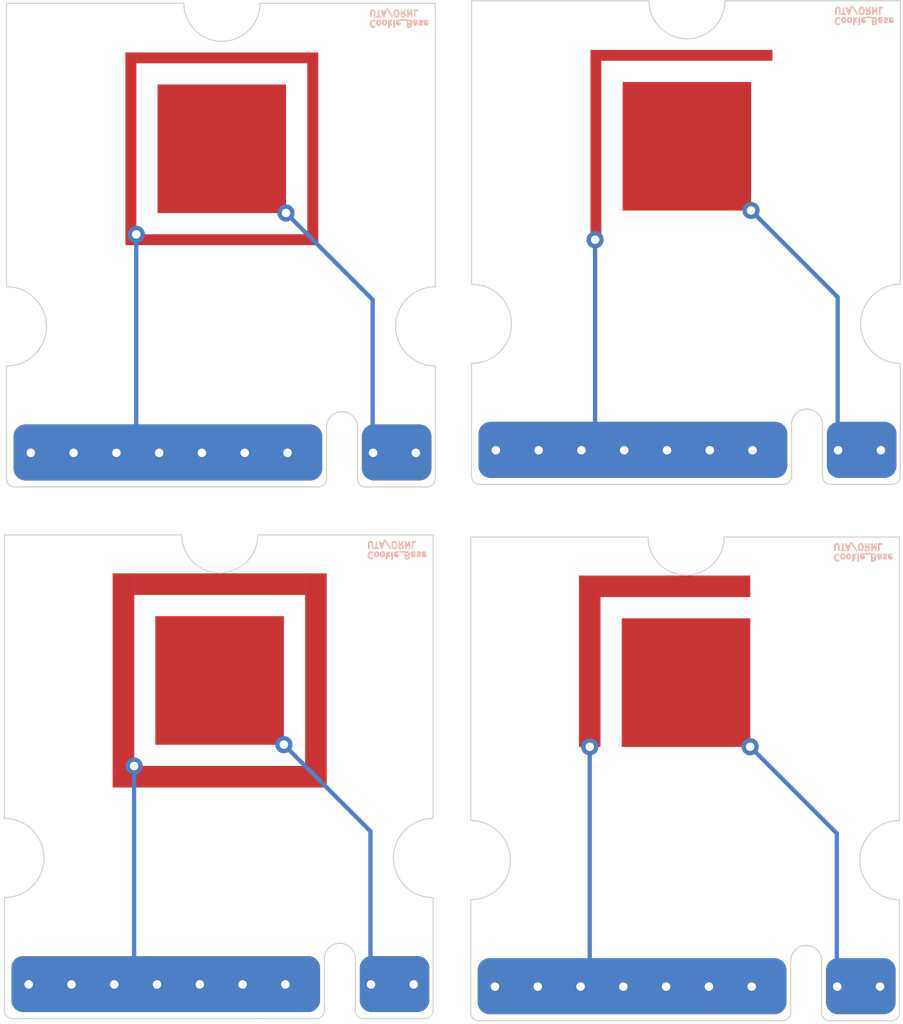
<source format=kicad_pcb>
(kicad_pcb (version 20221018) (generator pcbnew)

  (general
    (thickness 1.6)
  )

  (paper "A4")
  (layers
    (0 "F.Cu" signal)
    (31 "B.Cu" signal)
    (32 "B.Adhes" user "B.Adhesive")
    (33 "F.Adhes" user "F.Adhesive")
    (34 "B.Paste" user)
    (35 "F.Paste" user)
    (36 "B.SilkS" user "B.Silkscreen")
    (37 "F.SilkS" user "F.Silkscreen")
    (38 "B.Mask" user)
    (39 "F.Mask" user)
    (40 "Dwgs.User" user "User.Drawings")
    (41 "Cmts.User" user "User.Comments")
    (42 "Eco1.User" user "User.Eco1")
    (43 "Eco2.User" user "User.Eco2")
    (44 "Edge.Cuts" user)
    (45 "Margin" user)
    (46 "B.CrtYd" user "B.Courtyard")
    (47 "F.CrtYd" user "F.Courtyard")
    (48 "B.Fab" user)
    (49 "F.Fab" user)
    (50 "User.1" user)
    (51 "User.2" user)
    (52 "User.3" user)
    (53 "User.4" user)
    (54 "User.5" user)
    (55 "User.6" user)
    (56 "User.7" user)
    (57 "User.8" user)
    (58 "User.9" user)
  )

  (setup
    (pad_to_mask_clearance 0)
    (pcbplotparams
      (layerselection 0x00010fc_ffffffff)
      (plot_on_all_layers_selection 0x0000000_00000000)
      (disableapertmacros false)
      (usegerberextensions false)
      (usegerberattributes true)
      (usegerberadvancedattributes true)
      (creategerberjobfile true)
      (dashed_line_dash_ratio 12.000000)
      (dashed_line_gap_ratio 3.000000)
      (svgprecision 6)
      (plotframeref false)
      (viasonmask false)
      (mode 1)
      (useauxorigin false)
      (hpglpennumber 1)
      (hpglpenspeed 20)
      (hpglpendiameter 15.000000)
      (dxfpolygonmode true)
      (dxfimperialunits true)
      (dxfusepcbnewfont true)
      (psnegative false)
      (psa4output false)
      (plotreference true)
      (plotvalue true)
      (plotinvisibletext false)
      (sketchpadsonfab false)
      (subtractmaskfromsilk false)
      (outputformat 1)
      (mirror false)
      (drillshape 0)
      (scaleselection 1)
      (outputdirectory "")
    )
  )

  (net 0 "")

  (gr_rect (start 40.4 39.249016) (end 47.4 40.249016)
    (stroke (width 0.01) (type solid)) (fill solid) (layer "F.Cu") (tstamp 0290870b-6b37-402b-8de3-57db8bfa5805))
  (gr_arc (start 26.83504 32.235) (mid 27.194224 32.383804) (end 27.34304 32.743)
    (stroke (width 0.1) (type solid)) (layer "F.Cu") (tstamp 0919aed7-24d7-441f-8ff2-bf9e7baddbd2))
  (gr_poly
    (pts
      (xy 49.08304 34.1216)
      (xy 35.01144 33.385)
      (xy 35.26544 32.8262)
      (xy 49.08304 32.623)
    )

    (stroke (width 0.1) (type solid)) (fill solid) (layer "F.Cu") (tstamp 0ff27acd-0c09-479d-a507-ffc125562c67))
  (gr_poly
    (pts
      (xy 36.49544 57.742816)
      (xy 36.74944 59.216016)
      (xy 36.59704 59.165216)
      (xy 34.71744 59.190616)
      (xy 34.71744 57.717416)
    )

    (stroke (width 0.1) (type solid)) (fill solid) (layer "F.Cu") (tstamp 11c46dfa-1cd3-47eb-847e-ae635533b5e1))
  (gr_poly
    (pts
      (xy 32.04204 32.3112)
      (xy 32.29604 32.4128)
      (xy 32.35954 32.5525)
      (xy 32.44844 32.7176)
      (xy 32.44844 34.2416)
      (xy 32.37224 34.3305)
      (xy 32.29604 34.5083)
      (xy 32.16904 34.6353)
      (xy 31.96584 34.7496)
      (xy 29.76874 34.7496)
      (xy 29.73064 34.6988)
      (xy 29.60364 34.648)
      (xy 29.47664 34.5718)
      (xy 29.37504 34.4194)
      (xy 29.29884 34.267)
      (xy 29.29884 32.7049)
      (xy 29.37504 32.6287)
      (xy 29.46394 32.4763)
      (xy 29.60364 32.362)
      (xy 29.80684 32.235)
      (xy 30.17514 32.235)
      (xy 30.56884 32.235)
      (xy 31.95314 32.235)
    )

    (stroke (width 0.1) (type solid)) (fill solid) (layer "F.Cu") (tstamp 16c8d9b5-970e-4b53-8a6a-ce5a44d4cec4))
  (gr_arc (start 34.71744 57.692016) (mid 34.866217 57.332793) (end 35.22544 57.184016)
    (stroke (width 0.1) (type solid)) (layer "F.Cu") (tstamp 1a37677b-5b19-47f2-b1ed-be9d9e9ca95d))
  (gr_poly
    (pts
      (xy 48.73824 57.285616)
      (xy 48.89064 57.412616)
      (xy 48.96684 57.539616)
      (xy 49.01764 57.692016)
      (xy 46.37604 57.666616)
      (xy 34.71744 57.692016)
      (xy 34.84444 57.438016)
      (xy 35.02224 57.285616)
      (xy 35.14924 57.234816)
      (xy 35.22544 57.209416)
      (xy 48.53504 57.209416)
    )

    (stroke (width 0.1) (type solid)) (fill solid) (layer "F.Cu") (tstamp 1b07b0c9-1c01-41a1-945a-f7b0b0ef8acf))
  (gr_arc (start 35.26544 34.6296) (mid 34.90623 34.48081) (end 34.75744 34.1216)
    (stroke (width 0.1) (type solid)) (layer "F.Cu") (tstamp 1d8a36c4-37a1-4427-8eb6-4f482969f4f1))
  (gr_arc (start 31.84044 57.084016) (mid 32.199651 57.232805) (end 32.34844 57.592016)
    (stroke (width 0.1) (type solid)) (layer "F.Cu") (tstamp 20eb2096-bf3a-4735-9a96-e2b260ebfa61))
  (gr_arc (start 53.64044 57.184016) (mid 53.999651 57.332805) (end 54.14844 57.692016)
    (stroke (width 0.1) (type solid)) (layer "F.Cu") (tstamp 21e27c12-04ab-40fe-afea-3c17961ec2d1))
  (gr_arc (start 13.01744 32.743) (mid 13.166232 32.383804) (end 13.52544 32.235)
    (stroke (width 0.1) (type solid)) (layer "F.Cu") (tstamp 233a0158-a73b-4d09-8912-e3e4ebea4f50))
  (gr_arc (start 51.50684 59.698616) (mid 51.147631 59.549825) (end 50.99884 59.190616)
    (stroke (width 0.1) (type solid)) (layer "F.Cu") (tstamp 29be32d8-b86d-4e13-bbc4-1aebb7c8b4ee))
  (gr_poly
    (pts
      (xy 49.05764 34.1216)
      (xy 49.00684 34.2486)
      (xy 48.85444 34.4772)
      (xy 48.57504 34.6042)
      (xy 35.26544 34.6042)
      (xy 35.08764 34.5534)
      (xy 34.90984 34.401)
      (xy 34.75744 34.1216)
      (xy 35.26544 33.4612)
      (xy 36.17984 32.5214)
      (xy 43.19024 32.3944)
    )

    (stroke (width 0.1) (type solid)) (fill solid) (layer "F.Cu") (tstamp 2ffa601f-51cf-4194-8345-b804c00a7663))
  (gr_poly
    (pts
      (xy 53.78204 32.1912)
      (xy 54.03604 32.2928)
      (xy 54.09954 32.4325)
      (xy 54.18844 32.5976)
      (xy 54.18844 34.1216)
      (xy 54.11224 34.2105)
      (xy 54.03604 34.3883)
      (xy 53.90904 34.5153)
      (xy 53.70584 34.6296)
      (xy 51.50874 34.6296)
      (xy 51.47064 34.5788)
      (xy 51.34364 34.528)
      (xy 51.21664 34.4518)
      (xy 51.11504 34.2994)
      (xy 51.03884 34.147)
      (xy 51.03884 32.5849)
      (xy 51.11504 32.5087)
      (xy 51.20394 32.3563)
      (xy 51.34364 32.242)
      (xy 51.54684 32.115)
      (xy 51.91514 32.115)
      (xy 52.30884 32.115)
      (xy 53.69314 32.115)
    )

    (stroke (width 0.1) (type solid)) (fill solid) (layer "F.Cu") (tstamp 35fa3275-0fe0-4a72-be13-a4e5fb5537bf))
  (gr_arc (start 48.57504 32.115) (mid 48.934224 32.263804) (end 49.08304 32.623)
    (stroke (width 0.1) (type solid)) (layer "F.Cu") (tstamp 3b6109d1-c04f-4e23-bc1f-445d32c04c43))
  (gr_rect (start 18.6 39.149016) (end 26.6 40.149016)
    (stroke (width 0.01) (type solid)) (fill solid) (layer "F.Cu") (tstamp 41d2e484-e241-4694-b603-3164127826d7))
  (gr_poly
    (pts
      (xy 27.34304 34.2416)
      (xy 13.27144 33.505)
      (xy 13.52544 32.9462)
      (xy 27.34304 32.743)
    )

    (stroke (width 0.1) (type solid)) (fill solid) (layer "F.Cu") (tstamp 4419345f-c5cf-4017-97ed-5ca9c4b954c5))
  (gr_rect (start 18.2 14.8) (end 18.7 23.8)
    (stroke (width 0.01) (type solid)) (fill solid) (layer "F.Cu") (tstamp 44b957d4-3921-4d91-9b84-5e2aa0db3301))
  (gr_poly
    (pts
      (xy 49.04304 59.190616)
      (xy 34.97144 58.454016)
      (xy 35.22544 57.895216)
      (xy 49.04304 57.692016)
    )

    (stroke (width 0.1) (type solid)) (fill solid) (layer "F.Cu") (tstamp 462396fd-4e57-4c7c-834d-3edafabdc958))
  (gr_rect (start 39.94 14.68) (end 40.44 23.68)
    (stroke (width 0.01) (type solid)) (fill solid) (layer "F.Cu") (tstamp 47be04f5-d3ab-42ff-8cfd-8b95eeb07b5f))
  (gr_arc (start 54.18844 34.1216) (mid 54.039653 34.480824) (end 53.68044 34.6296)
    (stroke (width 0.1) (type solid)) (layer "F.Cu") (tstamp 47e88ab5-2857-4b47-9a27-fadd28f4d035))
  (gr_arc (start 29.19884 57.592016) (mid 29.347617 57.232793) (end 29.70684 57.084016)
    (stroke (width 0.1) (type solid)) (layer "F.Cu") (tstamp 4ca11ba7-031a-4732-ac8d-cf44fb2bd59a))
  (gr_poly
    (pts
      (xy 31.94204 57.160216)
      (xy 32.19604 57.261816)
      (xy 32.25954 57.401516)
      (xy 32.34844 57.566616)
      (xy 32.34844 59.090616)
      (xy 32.27224 59.179516)
      (xy 32.19604 59.357316)
      (xy 32.06904 59.484316)
      (xy 31.86584 59.598616)
      (xy 29.66874 59.598616)
      (xy 29.63064 59.547816)
      (xy 29.50364 59.497016)
      (xy 29.37664 59.420816)
      (xy 29.27504 59.268416)
      (xy 29.19884 59.116016)
      (xy 29.19884 57.553916)
      (xy 29.27504 57.477716)
      (xy 29.36394 57.325316)
      (xy 29.50364 57.211016)
      (xy 29.70684 57.084016)
      (xy 30.07514 57.084016)
      (xy 30.46884 57.084016)
      (xy 31.85314 57.084016)
    )

    (stroke (width 0.1) (type solid)) (fill solid) (layer "F.Cu") (tstamp 4f68fa4a-2e6a-4fc8-812a-ebc29fabc087))
  (gr_arc (start 34.75744 32.623) (mid 34.906218 32.263778) (end 35.26544 32.115)
    (stroke (width 0.1) (type solid)) (layer "F.Cu") (tstamp 509fa826-38a0-4693-be16-ab9e54607461))
  (gr_poly
    (pts
      (xy 53.74204 57.260216)
      (xy 53.99604 57.361816)
      (xy 54.05954 57.501516)
      (xy 54.14844 57.666616)
      (xy 54.14844 59.190616)
      (xy 54.07224 59.279516)
      (xy 53.99604 59.457316)
      (xy 53.86904 59.584316)
      (xy 53.66584 59.698616)
      (xy 51.46874 59.698616)
      (xy 51.43064 59.647816)
      (xy 51.30364 59.597016)
      (xy 51.17664 59.520816)
      (xy 51.07504 59.368416)
      (xy 50.99884 59.216016)
      (xy 50.99884 57.653916)
      (xy 51.07504 57.577716)
      (xy 51.16394 57.425316)
      (xy 51.30364 57.311016)
      (xy 51.50684 57.184016)
      (xy 51.87514 57.184016)
      (xy 52.26884 57.184016)
      (xy 53.65314 57.184016)
    )

    (stroke (width 0.1) (type solid)) (fill solid) (layer "F.Cu") (tstamp 57c3f26a-01b6-41bf-85e2-d153182e64f9))
  (gr_arc (start 13.52544 34.7496) (mid 13.166204 34.600824) (end 13.01744 34.2416)
    (stroke (width 0.1) (type solid)) (layer "F.Cu") (tstamp 5a17090f-ff16-44db-bc27-0137f18ae54c))
  (gr_rect (start 41.44 16.18) (end 47.44 22.18)
    (stroke (width 0.01) (type solid)) (fill solid) (layer "F.Cu") (tstamp 5e426b31-2a53-47e3-87bf-088bb6153a73))
  (gr_poly
    (pts
      (xy 27.21764 59.090616)
      (xy 27.16684 59.217616)
      (xy 27.01444 59.446216)
      (xy 26.73504 59.573216)
      (xy 13.42544 59.573216)
      (xy 13.24764 59.522416)
      (xy 13.06984 59.370016)
      (xy 12.91744 59.090616)
      (xy 13.42544 58.430216)
      (xy 14.33984 57.490416)
      (xy 21.35024 57.363416)
    )

    (stroke (width 0.1) (type solid)) (fill solid) (layer "F.Cu") (tstamp 6177b172-530d-4859-b826-01e5dbb810af))
  (gr_arc (start 27.24304 59.090616) (mid 27.094238 59.449814) (end 26.73504 59.598616)
    (stroke (width 0.1) (type solid)) (layer "F.Cu") (tstamp 68ee475f-2d57-46bd-9692-bc2773df482c))
  (gr_poly
    (pts
      (xy 27.31764 34.2416)
      (xy 27.26684 34.3686)
      (xy 27.11444 34.5972)
      (xy 26.83504 34.7242)
      (xy 13.52544 34.7242)
      (xy 13.34764 34.6734)
      (xy 13.16984 34.521)
      (xy 13.01744 34.2416)
      (xy 13.52544 33.5812)
      (xy 14.43984 32.6414)
      (xy 21.45024 32.5144)
    )

    (stroke (width 0.1) (type solid)) (fill solid) (layer "F.Cu") (tstamp 7423c73a-0f4c-4900-be2e-be6985078c0d))
  (gr_poly
    (pts
      (xy 14.69544 57.642816)
      (xy 14.94944 59.116016)
      (xy 14.79704 59.065216)
      (xy 12.91744 59.090616)
      (xy 12.91744 57.617416)
    )

    (stroke (width 0.1) (type solid)) (fill solid) (layer "F.Cu") (tstamp 745e6428-90b3-4f50-9ebc-937b3c3d0ef4))
  (gr_poly
    (pts
      (xy 27.24304 59.090616)
      (xy 13.17144 58.354016)
      (xy 13.42544 57.795216)
      (xy 27.24304 57.592016)
    )

    (stroke (width 0.1) (type solid)) (fill solid) (layer "F.Cu") (tstamp 75895cad-1822-430d-8306-0966fbeaa736))
  (gr_rect (start 18.7 23.3) (end 27.2 23.8)
    (stroke (width 0.01) (type solid)) (fill solid) (layer "F.Cu") (tstamp 77ab58c5-b993-446b-9a38-3b877a343dd3))
  (gr_poly
    (pts
      (xy 27.03824 32.3366)
      (xy 27.19064 32.4636)
      (xy 27.26684 32.5906)
      (xy 27.31764 32.743)
      (xy 24.67604 32.7176)
      (xy 13.01744 32.743)
      (xy 13.14444 32.489)
      (xy 13.32224 32.3366)
      (xy 13.44924 32.2858)
      (xy 13.52544 32.2604)
      (xy 26.83504 32.2604)
    )

    (stroke (width 0.1) (type solid)) (fill solid) (layer "F.Cu") (tstamp 7a18834c-64d7-404d-85fe-d8da0dc22056))
  (gr_poly
    (pts
      (xy 49.01764 59.190616)
      (xy 48.96684 59.317616)
      (xy 48.81444 59.546216)
      (xy 48.53504 59.673216)
      (xy 35.22544 59.673216)
      (xy 35.04764 59.622416)
      (xy 34.86984 59.470016)
      (xy 34.71744 59.190616)
      (xy 35.22544 58.530216)
      (xy 36.13984 57.590416)
      (xy 43.15024 57.463416)
    )

    (stroke (width 0.1) (type solid)) (fill solid) (layer "F.Cu") (tstamp 85004bcb-9334-4f19-bde9-034f98205ba4))
  (gr_rect (start 26.6 39.149016) (end 27.6 48.149016)
    (stroke (width 0.01) (type solid)) (fill solid) (layer "F.Cu") (tstamp 8ae26bb9-3b50-4884-8544-ade147fdc7d1))
  (gr_arc (start 50.99884 57.692016) (mid 51.147617 57.332793) (end 51.50684 57.184016)
    (stroke (width 0.1) (type solid)) (layer "F.Cu") (tstamp 8faa74e6-771c-4120-b08d-00f6c342a99e))
  (gr_rect (start 18.6 48.149016) (end 27.6 49.149016)
    (stroke (width 0.01) (type solid)) (fill solid) (layer "F.Cu") (tstamp 90bb2ba8-5913-4c66-9979-813c2a4990a9))
  (gr_poly
    (pts
      (xy 14.79544 32.7938)
      (xy 15.04944 34.267)
      (xy 14.89704 34.2162)
      (xy 13.01744 34.2416)
      (xy 13.01744 32.7684)
    )

    (stroke (width 0.1) (type solid)) (fill solid) (layer "F.Cu") (tstamp 925ac6c7-e2e4-43aa-b5af-7a6df8d306c7))
  (gr_rect (start 39.4 39.249016) (end 40.4 47.249016)
    (stroke (width 0.01) (type solid)) (fill solid) (layer "F.Cu") (tstamp 92aace4f-9111-433a-8680-8068c9c7bd7f))
  (gr_arc (start 32.44844 34.2416) (mid 32.299653 34.600824) (end 31.94044 34.7496)
    (stroke (width 0.1) (type solid)) (layer "F.Cu") (tstamp 93849d5b-cc98-42e2-9280-00582b54394b))
  (gr_arc (start 35.22544 59.698616) (mid 34.866231 59.549825) (end 34.71744 59.190616)
    (stroke (width 0.1) (type solid)) (layer "F.Cu") (tstamp 93e3f44e-e9fa-4ade-90a5-35784a153fed))
  (gr_arc (start 48.53504 57.184016) (mid 48.894251 57.332805) (end 49.04304 57.692016)
    (stroke (width 0.1) (type solid)) (layer "F.Cu") (tstamp 94f10cb2-2710-45c7-9305-54e4fd35cc53))
  (gr_arc (start 12.91744 57.592016) (mid 13.066217 57.232793) (end 13.42544 57.084016)
    (stroke (width 0.1) (type solid)) (layer "F.Cu") (tstamp 94f16949-5dc9-4416-a093-143092978456))
  (gr_arc (start 29.29884 32.743) (mid 29.447632 32.383804) (end 29.80684 32.235)
    (stroke (width 0.1) (type solid)) (layer "F.Cu") (tstamp 975dcce3-e43e-4609-8c43-fedf1a287c78))
  (gr_poly
    (pts
      (xy 48.77824 32.2166)
      (xy 48.93064 32.3436)
      (xy 49.00684 32.4706)
      (xy 49.05764 32.623)
      (xy 46.41604 32.5976)
      (xy 34.75744 32.623)
      (xy 34.88444 32.369)
      (xy 35.06224 32.2166)
      (xy 35.18924 32.1658)
      (xy 35.26544 32.1404)
      (xy 48.57504 32.1404)
    )

    (stroke (width 0.1) (type solid)) (fill solid) (layer "F.Cu") (tstamp 983ee073-8754-4be4-9e67-e71d87718a1e))
  (gr_arc (start 49.08304 34.1216) (mid 48.934239 34.480799) (end 48.57504 34.6296)
    (stroke (width 0.1) (type solid)) (layer "F.Cu") (tstamp 99dc2d78-3c3c-491e-a0bc-dba0a2d2ee94))
  (gr_poly
    (pts
      (xy 26.70964 59.598616)
      (xy 13.42544 59.598616)
      (xy 13.42544 57.084016)
      (xy 26.70964 57.084016)
    )

    (stroke (width 0.1) (type solid)) (fill solid) (layer "F.Cu") (tstamp 9aa3c1b2-afad-481e-81a0-69a30d4d4f5d))
  (gr_poly
    (pts
      (xy 48.50964 59.698616)
      (xy 35.22544 59.698616)
      (xy 35.22544 57.184016)
      (xy 48.50964 57.184016)
    )

    (stroke (width 0.1) (type solid)) (fill solid) (layer "F.Cu") (tstamp 9d086d2b-3c4f-4bac-8c39-0def707d962a))
  (gr_arc (start 13.42544 59.598616) (mid 13.066231 59.449825) (end 12.91744 59.090616)
    (stroke (width 0.1) (type solid)) (layer "F.Cu") (tstamp a1fe8b84-ad70-4c7d-b05b-d0f8ac660a8a))
  (gr_arc (start 26.73504 57.084016) (mid 27.094251 57.232805) (end 27.24304 57.592016)
    (stroke (width 0.1) (type solid)) (layer "F.Cu") (tstamp a3e11985-a994-4d67-af3f-3299c4b87241))
  (gr_arc (start 51.54684 34.6296) (mid 51.187604 34.480824) (end 51.03884 34.1216)
    (stroke (width 0.1) (type solid)) (layer "F.Cu") (tstamp a433e02c-5f53-44d0-97d4-00c9f2cf15d1))
  (gr_arc (start 29.70684 59.598616) (mid 29.347631 59.449825) (end 29.19884 59.090616)
    (stroke (width 0.1) (type solid)) (layer "F.Cu") (tstamp a63dea3a-5d94-492b-b8dc-3c91716d3c06))
  (gr_arc (start 32.34844 59.090616) (mid 32.199638 59.449814) (end 31.84044 59.598616)
    (stroke (width 0.1) (type solid)) (layer "F.Cu") (tstamp aea26ef6-ef26-4571-9f3b-3f03ee684373))
  (gr_arc (start 29.80684 34.7496) (mid 29.447604 34.600824) (end 29.29884 34.2416)
    (stroke (width 0.1) (type solid)) (layer "F.Cu") (tstamp b5c9c4d2-3bcb-48b0-bf63-714984c9f794))
  (gr_arc (start 31.94044 32.235) (mid 32.299624 32.383804) (end 32.44844 32.743)
    (stroke (width 0.1) (type solid)) (layer "F.Cu") (tstamp bb44dc2c-0edd-4334-9c0e-8b63600f57c0))
  (gr_rect (start 19.7 16.3) (end 25.7 22.3)
    (stroke (width 0.01) (type solid)) (fill solid) (layer "F.Cu") (tstamp bb9635a0-e64c-4601-940a-f78f5b5b2110))
  (gr_arc (start 54.14844 59.190616) (mid 53.999638 59.549814) (end 53.64044 59.698616)
    (stroke (width 0.1) (type solid)) (layer "F.Cu") (tstamp bd30d438-9b5b-480e-b82c-267404bffe75))
  (gr_arc (start 51.03884 32.623) (mid 51.187632 32.263804) (end 51.54684 32.115)
    (stroke (width 0.1) (type solid)) (layer "F.Cu") (tstamp bd6d966b-1f02-4229-9718-17edc08a34db))
  (gr_rect (start 26.7 14.8) (end 27.2 23.3)
    (stroke (width 0.01) (type solid)) (fill solid) (layer "F.Cu") (tstamp c8d52484-157a-4478-9352-fdb52f41f5da))
  (gr_arc (start 49.04304 59.190616) (mid 48.894238 59.549814) (end 48.53504 59.698616)
    (stroke (width 0.1) (type solid)) (layer "F.Cu") (tstamp d230d08c-5f64-4a7c-8f98-1646ca84416b))
  (gr_rect (start 18.7 14.8) (end 26.7 15.3)
    (stroke (width 0.01) (type solid)) (fill solid) (layer "F.Cu") (tstamp d27e01b0-25d5-4207-994c-f76b4b5378ef))
  (gr_poly
    (pts
      (xy 36.53544 32.6738)
      (xy 36.78944 34.147)
      (xy 36.63704 34.0962)
      (xy 34.75744 34.1216)
      (xy 34.75744 32.6484)
    )

    (stroke (width 0.1) (type solid)) (fill solid) (layer "F.Cu") (tstamp d88f2f95-b74c-48bc-bfaa-aeecdcfe5880))
  (gr_rect (start 17.6 39.149016) (end 18.6 49.149016)
    (stroke (width 0.01) (type solid)) (fill solid) (layer "F.Cu") (tstamp d8d222ce-c24b-4bf9-a888-1caf22d6867d))
  (gr_poly
    (pts
      (xy 26.93824 57.185616)
      (xy 27.09064 57.312616)
      (xy 27.16684 57.439616)
      (xy 27.21764 57.592016)
      (xy 24.57604 57.566616)
      (xy 12.91744 57.592016)
      (xy 13.04444 57.338016)
      (xy 13.22224 57.185616)
      (xy 13.34924 57.134816)
      (xy 13.42544 57.109416)
      (xy 26.73504 57.109416)
    )

    (stroke (width 0.1) (type solid)) (fill solid) (layer "F.Cu") (tstamp d9b3619b-86e4-4d08-beb4-cfea70bf7571))
  (gr_poly
    (pts
      (xy 48.54964 34.6296)
      (xy 35.26544 34.6296)
      (xy 35.26544 32.115)
      (xy 48.54964 32.115)
    )

    (stroke (width 0.1) (type solid)) (fill solid) (layer "F.Cu") (tstamp d9c92f49-32fc-425e-85ed-ed13844bcc15))
  (gr_rect (start 19.6 41.149016) (end 25.6 47.149016)
    (stroke (width 0.01) (type solid)) (fill solid) (layer "F.Cu") (tstamp dd0ffc8e-71b8-48ec-8429-9b09969d0b6c))
  (gr_rect (start 40.44 14.68) (end 48.44 15.18)
    (stroke (width 0.01) (type solid)) (fill solid) (layer "F.Cu") (tstamp eea415fd-4139-4b18-b758-ca9229a8f18d))
  (gr_arc (start 53.68044 32.115) (mid 54.039624 32.263804) (end 54.18844 32.623)
    (stroke (width 0.1) (type solid)) (layer "F.Cu") (tstamp f355acc5-d73b-4b12-a848-b95f85aacc98))
  (gr_rect (start 41.4 41.249016) (end 47.4 47.249016)
    (stroke (width 0.01) (type solid)) (fill solid) (layer "F.Cu") (tstamp f8108dfc-ff8a-4a12-aab4-bf8bea577669))
  (gr_arc (start 27.34304 34.2416) (mid 27.194253 34.600824) (end 26.83504 34.7496)
    (stroke (width 0.1) (type solid)) (layer "F.Cu") (tstamp f810c8f7-f27a-419c-bf5b-d7015cb40a4d))
  (gr_poly
    (pts
      (xy 26.80964 34.7496)
      (xy 13.52544 34.7496)
      (xy 13.52544 32.235)
      (xy 26.80964 32.235)
    )

    (stroke (width 0.1) (type solid)) (fill solid) (layer "F.Cu") (tstamp f98c4e46-8cfc-4f73-9deb-ee5a68f91b74))
  (gr_arc (start 54.1488 59.188616) (mid 54.00001 59.547826) (end 53.6408 59.696616)
    (stroke (width 0.1) (type solid)) (layer "B.Cu") (tstamp 02d5b280-9874-4feb-92d0-bf84a446ade1))
  (gr_arc (start 51.5472 34.6276) (mid 51.18796 34.47884) (end 51.0392 34.1196)
    (stroke (width 0.1) (type solid)) (layer "B.Cu") (tstamp 0937ec84-4f2d-4833-9304-824bb1ef19ba))
  (gr_arc (start 48.532324 57.184395) (mid 48.891527 57.333192) (end 49.040324 57.692395)
    (stroke (width 0.1) (type solid)) (layer "B.Cu") (tstamp 0a61c8df-5210-41b2-9395-0d4b716c121a))
  (gr_poly
    (pts
      (xy 49.054924 34.121979)
      (xy 49.004124 34.248979)
      (xy 48.851724 34.477579)
      (xy 48.572324 34.604579)
      (xy 35.262724 34.604579)
      (xy 35.084924 34.553779)
      (xy 34.907124 34.401379)
      (xy 34.754724 34.121979)
      (xy 35.262724 33.461579)
      (xy 36.177124 32.521779)
      (xy 43.187524 32.394779)
    )

    (stroke (width 0.1) (type solid)) (fill solid) (layer "B.Cu") (tstamp 0dc22af0-641c-46c1-a345-4541a66171bc))
  (gr_poly
    (pts
      (xy 27.214924 59.090995)
      (xy 27.164124 59.217995)
      (xy 27.011724 59.446595)
      (xy 26.732324 59.573595)
      (xy 13.422724 59.573595)
      (xy 13.244924 59.522795)
      (xy 13.067124 59.370395)
      (xy 12.914724 59.090995)
      (xy 13.422724 58.430595)
      (xy 14.337124 57.490795)
      (xy 21.347524 57.363795)
    )

    (stroke (width 0.1) (type solid)) (fill solid) (layer "B.Cu") (tstamp 154867d6-22c3-4c98-bd8e-2672769bfc1b))
  (gr_poly
    (pts
      (xy 36.532724 32.674179)
      (xy 36.786724 34.147379)
      (xy 36.634324 34.096579)
      (xy 34.754724 34.121979)
      (xy 34.754724 32.648779)
    )

    (stroke (width 0.1) (type solid)) (fill solid) (layer "B.Cu") (tstamp 15c44f6d-3707-479a-b350-1acfcf6c3311))
  (gr_poly
    (pts
      (xy 48.775524 32.216979)
      (xy 48.927924 32.343979)
      (xy 49.004124 32.470979)
      (xy 49.054924 32.623379)
      (xy 46.413324 32.597979)
      (xy 34.754724 32.623379)
      (xy 34.881724 32.369379)
      (xy 35.059524 32.216979)
      (xy 35.186524 32.166179)
      (xy 35.262724 32.140779)
      (xy 48.572324 32.140779)
    )

    (stroke (width 0.1) (type solid)) (fill solid) (layer "B.Cu") (tstamp 1656821a-f5e1-4428-bec3-a8f6478f3bb6))
  (gr_arc (start 35.222724 59.698995) (mid 34.863506 59.550213) (end 34.714724 59.190995)
    (stroke (width 0.1) (type solid)) (layer "B.Cu") (tstamp 19b4f635-e680-42a2-aa17-5529804ff1d4))
  (gr_arc (start 32.4488 34.2396) (mid 32.300018 34.598818) (end 31.9408 34.7476)
    (stroke (width 0.1) (type solid)) (layer "B.Cu") (tstamp 1b36c9d1-3cbf-4499-9cdc-88f4173a2424))
  (gr_poly
    (pts
      (xy 32.0424 32.3092)
      (xy 32.2964 32.4108)
      (xy 32.3599 32.5505)
      (xy 32.4488 32.7156)
      (xy 32.4488 34.2396)
      (xy 32.3726 34.3285)
      (xy 32.2964 34.5063)
      (xy 32.1694 34.6333)
      (xy 31.9662 34.7476)
      (xy 29.7691 34.7476)
      (xy 29.731 34.6968)
      (xy 29.604 34.646)
      (xy 29.477 34.5698)
      (xy 29.3754 34.4174)
      (xy 29.2992 34.265)
      (xy 29.2992 32.7029)
      (xy 29.3754 32.6267)
      (xy 29.4643 32.4743)
      (xy 29.604 32.36)
      (xy 29.8072 32.233)
      (xy 30.1755 32.233)
      (xy 30.5692 32.233)
      (xy 31.9535 32.233)
    )

    (stroke (width 0.1) (type solid)) (fill solid) (layer "B.Cu") (tstamp 1b84620d-37a3-4b75-bf74-a9f5060ec612))
  (gr_arc (start 13.422724 59.598995) (mid 13.063506 59.450213) (end 12.914724 59.090995)
    (stroke (width 0.1) (type solid)) (layer "B.Cu") (tstamp 1beae7ee-1cf6-4429-80d1-d7c743c2099e))
  (gr_poly
    (pts
      (xy 48.546924 34.629979)
      (xy 35.262724 34.629979)
      (xy 35.262724 32.115379)
      (xy 48.546924 32.115379)
    )

    (stroke (width 0.1) (type solid)) (fill solid) (layer "B.Cu") (tstamp 1c52f5e1-a15b-429a-af35-65e68db5a362))
  (gr_poly
    (pts
      (xy 48.546924 34.629979)
      (xy 35.262724 34.629979)
      (xy 35.262724 32.115379)
      (xy 48.546924 32.115379)
    )

    (stroke (width 0.1) (type solid)) (fill solid) (layer "B.Cu") (tstamp 1ccd7408-11f2-43f7-8322-5ab2f853200f))
  (gr_line (start 47.44 22.18) (end 51.49 26.23)
    (stroke (width 0.2) (type default)) (layer "B.Cu") (tstamp 1fc20994-e14e-4f80-85e2-71169e1f1001))
  (gr_arc (start 35.222724 59.698995) (mid 34.863506 59.550213) (end 34.714724 59.190995)
    (stroke (width 0.1) (type solid)) (layer "B.Cu") (tstamp 25e60e3a-defc-45f0-9e61-881ea55ae290))
  (gr_poly
    (pts
      (xy 36.492724 57.743195)
      (xy 36.746724 59.216395)
      (xy 36.594324 59.165595)
      (xy 34.714724 59.190995)
      (xy 34.714724 57.717795)
    )

    (stroke (width 0.1) (type solid)) (fill solid) (layer "B.Cu") (tstamp 2854ef11-a144-44f1-9df9-985eade20926))
  (gr_poly
    (pts
      (xy 36.532724 32.674179)
      (xy 36.786724 34.147379)
      (xy 36.634324 34.096579)
      (xy 34.754724 34.121979)
      (xy 34.754724 32.648779)
    )

    (stroke (width 0.1) (type solid)) (fill solid) (layer "B.Cu") (tstamp 2bcdd954-33d0-4623-8adc-6dd86e9e5cc1))
  (gr_arc (start 13.014724 32.743379) (mid 13.163522 32.384177) (end 13.522724 32.235379)
    (stroke (width 0.1) (type solid)) (layer "B.Cu") (tstamp 2c0f44ac-23f8-4879-89f7-5586d3d70fda))
  (gr_poly
    (pts
      (xy 49.080324 34.121979)
      (xy 35.008724 33.385379)
      (xy 35.262724 32.826579)
      (xy 49.080324 32.623379)
    )

    (stroke (width 0.1) (type solid)) (fill solid) (layer "B.Cu") (tstamp 30a9d50d-56af-457f-9733-b2104c480118))
  (gr_line (start 51.49 26.23) (end 51.49 32.28)
    (stroke (width 0.2) (type default)) (layer "B.Cu") (tstamp 30da27bc-6e27-4665-bb88-e03719e2b2f4))
  (gr_arc (start 26.832324 32.235379) (mid 27.191534 32.384169) (end 27.340324 32.743379)
    (stroke (width 0.1) (type solid)) (layer "B.Cu") (tstamp 349a3230-fcb6-456c-bb7f-e816580d049d))
  (gr_line (start 39.9 47.35) (end 39.9 57.25)
    (stroke (width 0.2) (type default)) (layer "B.Cu") (tstamp 34ac58a3-563a-41b1-9225-6be9ebafb13a))
  (gr_arc (start 34.754724 32.623379) (mid 34.903508 32.264161) (end 35.262724 32.115379)
    (stroke (width 0.1) (type solid)) (layer "B.Cu") (tstamp 35295f9c-898d-466e-9741-06c7def8e720))
  (gr_arc (start 34.714724 57.692395) (mid 34.863508 57.333179) (end 35.222724 57.184395)
    (stroke (width 0.1) (type solid)) (layer "B.Cu") (tstamp 3592afc6-9f63-4e70-92c5-3dd9da7cb9d2))
  (gr_poly
    (pts
      (xy 31.9424 57.158216)
      (xy 32.1964 57.259816)
      (xy 32.2599 57.399516)
      (xy 32.3488 57.564616)
      (xy 32.3488 59.088616)
      (xy 32.2726 59.177516)
      (xy 32.1964 59.355316)
      (xy 32.0694 59.482316)
      (xy 31.8662 59.596616)
      (xy 29.6691 59.596616)
      (xy 29.631 59.545816)
      (xy 29.504 59.495016)
      (xy 29.377 59.418816)
      (xy 29.2754 59.266416)
      (xy 29.1992 59.114016)
      (xy 29.1992 57.551916)
      (xy 29.2754 57.475716)
      (xy 29.3643 57.323316)
      (xy 29.504 57.209016)
      (xy 29.7072 57.082016)
      (xy 30.0755 57.082016)
      (xy 30.4692 57.082016)
      (xy 31.8535 57.082016)
    )

    (stroke (width 0.1) (type solid)) (fill solid) (layer "B.Cu") (tstamp 36ed54e7-606d-414d-bde3-526f1162d762))
  (gr_arc (start 29.1992 57.590016) (mid 29.34799 57.230806) (end 29.7072 57.082016)
    (stroke (width 0.1) (type solid)) (layer "B.Cu") (tstamp 3ed4a474-cd77-4eed-9147-b94a76d3c4b4))
  (gr_poly
    (pts
      (xy 27.340324 34.241979)
      (xy 13.268724 33.505379)
      (xy 13.522724 32.946579)
      (xy 27.340324 32.743379)
    )

    (stroke (width 0.1) (type solid)) (fill solid) (layer "B.Cu") (tstamp 41d53856-42cc-4457-bebb-5741e63ee131))
  (gr_poly
    (pts
      (xy 48.775524 32.216979)
      (xy 48.927924 32.343979)
      (xy 49.004124 32.470979)
      (xy 49.054924 32.623379)
      (xy 46.413324 32.597979)
      (xy 34.754724 32.623379)
      (xy 34.881724 32.369379)
      (xy 35.059524 32.216979)
      (xy 35.186524 32.166179)
      (xy 35.262724 32.140779)
      (xy 48.572324 32.140779)
    )

    (stroke (width 0.1) (type solid)) (fill solid) (layer "B.Cu") (tstamp 42bdf6ec-4bf1-4e0d-89b8-8d4f7d09920d))
  (gr_poly
    (pts
      (xy 48.735524 57.285995)
      (xy 48.887924 57.412995)
      (xy 48.964124 57.539995)
      (xy 49.014924 57.692395)
      (xy 46.373324 57.666995)
      (xy 34.714724 57.692395)
      (xy 34.841724 57.438395)
      (xy 35.019524 57.285995)
      (xy 35.146524 57.235195)
      (xy 35.222724 57.209795)
      (xy 48.532324 57.209795)
    )

    (stroke (width 0.1) (type solid)) (fill solid) (layer "B.Cu") (tstamp 42c43950-bc4a-4f8d-957c-0f23f222ea92))
  (gr_arc (start 12.914724 57.592395) (mid 13.063508 57.233179) (end 13.422724 57.084395)
    (stroke (width 0.1) (type solid)) (layer "B.Cu") (tstamp 430a9e6f-8ed2-4088-91a6-ce4c7ef619dd))
  (gr_poly
    (pts
      (xy 26.935524 57.185995)
      (xy 27.087924 57.312995)
      (xy 27.164124 57.439995)
      (xy 27.214924 57.592395)
      (xy 24.573324 57.566995)
      (xy 12.914724 57.592395)
      (xy 13.041724 57.338395)
      (xy 13.219524 57.185995)
      (xy 13.346524 57.135195)
      (xy 13.422724 57.109795)
      (xy 26.732324 57.109795)
    )

    (stroke (width 0.1) (type solid)) (fill solid) (layer "B.Cu") (tstamp 436413ea-d0b7-4aa1-ab7d-3518dd8eb2e1))
  (gr_poly
    (pts
      (xy 49.040324 59.190995)
      (xy 34.968724 58.454395)
      (xy 35.222724 57.895595)
      (xy 49.040324 57.692395)
    )

    (stroke (width 0.1) (type solid)) (fill solid) (layer "B.Cu") (tstamp 463b79e7-1686-4063-aa0a-9b56d9616707))
  (gr_poly
    (pts
      (xy 48.506924 59.698995)
      (xy 35.222724 59.698995)
      (xy 35.222724 57.184395)
      (xy 48.506924 57.184395)
    )

    (stroke (width 0.1) (type solid)) (fill solid) (layer "B.Cu") (tstamp 500bc2b2-7ca0-46ff-bd38-b2e8122bc1c0))
  (gr_poly
    (pts
      (xy 26.806924 34.749979)
      (xy 13.522724 34.749979)
      (xy 13.522724 32.235379)
      (xy 26.806924 32.235379)
    )

    (stroke (width 0.1) (type solid)) (fill solid) (layer "B.Cu") (tstamp 541adec2-5a0e-4627-90b5-3e84f9ac6da0))
  (gr_poly
    (pts
      (xy 27.240324 59.090995)
      (xy 13.168724 58.354395)
      (xy 13.422724 57.795595)
      (xy 27.240324 57.592395)
    )

    (stroke (width 0.1) (type solid)) (fill solid) (layer "B.Cu") (tstamp 5475343c-6158-46d5-ac10-b1045deca978))
  (gr_arc (start 13.522724 34.749979) (mid 13.163493 34.60121) (end 13.014724 34.241979)
    (stroke (width 0.1) (type solid)) (layer "B.Cu") (tstamp 5563d328-4915-4d67-8076-f4c41cf56f05))
  (gr_line (start 51.45 51.299016) (end 51.45 57.349016)
    (stroke (width 0.2) (type default)) (layer "B.Cu") (tstamp 5764d593-5975-443c-bdef-015db2850ec8))
  (gr_arc (start 35.262724 34.629979) (mid 34.903506 34.481196) (end 34.754724 34.121979)
    (stroke (width 0.1) (type solid)) (layer "B.Cu") (tstamp 58ccee4b-2753-4cf4-b841-b51317dd7d69))
  (gr_arc (start 48.532324 57.184395) (mid 48.891527 57.333192) (end 49.040324 57.692395)
    (stroke (width 0.1) (type solid)) (layer "B.Cu") (tstamp 5b627ae8-5b4c-4ceb-94ac-9391bad8c1a6))
  (gr_poly
    (pts
      (xy 36.492724 57.743195)
      (xy 36.746724 59.216395)
      (xy 36.594324 59.165595)
      (xy 34.714724 59.190995)
      (xy 34.714724 57.717795)
    )

    (stroke (width 0.1) (type solid)) (fill solid) (layer "B.Cu") (tstamp 5cf2b284-dc5b-4430-86a4-1c5a627f25c9))
  (gr_arc (start 13.522724 34.749979) (mid 13.163494 34.601209) (end 13.014724 34.241979)
    (stroke (width 0.1) (type solid)) (layer "B.Cu") (tstamp 5d08cc9f-2208-4670-8c68-b408c546c11b))
  (gr_arc (start 26.732324 57.084395) (mid 27.091527 57.233192) (end 27.240324 57.592395)
    (stroke (width 0.1) (type solid)) (layer "B.Cu") (tstamp 67b340b4-3fb6-40a9-90df-ccb33bb39969))
  (gr_line (start 29.65 51.199016) (end 29.65 57.249016)
    (stroke (width 0.2) (type default)) (layer "B.Cu") (tstamp 680b2d1e-17fd-4415-9989-485c86bc02c7))
  (gr_arc (start 13.014724 32.743379) (mid 13.163522 32.384177) (end 13.522724 32.235379)
    (stroke (width 0.1) (type solid)) (layer "B.Cu") (tstamp 69a55c76-6e63-4ab0-b52f-8f960d331967))
  (gr_poly
    (pts
      (xy 53.7824 32.1892)
      (xy 54.0364 32.2908)
      (xy 54.0999 32.4305)
      (xy 54.1888 32.5956)
      (xy 54.1888 34.1196)
      (xy 54.1126 34.2085)
      (xy 54.0364 34.3863)
      (xy 53.9094 34.5133)
      (xy 53.7062 34.6276)
      (xy 51.5091 34.6276)
      (xy 51.471 34.5768)
      (xy 51.344 34.526)
      (xy 51.217 34.4498)
      (xy 51.1154 34.2974)
      (xy 51.0392 34.145)
      (xy 51.0392 32.5829)
      (xy 51.1154 32.5067)
      (xy 51.2043 32.3543)
      (xy 51.344 32.24)
      (xy 51.5472 32.113)
      (xy 51.9155 32.113)
      (xy 52.3092 32.113)
      (xy 53.6935 32.113)
    )

    (stroke (width 0.1) (type solid)) (fill solid) (layer "B.Cu") (tstamp 6d7b2cb3-0c76-4d11-b4af-f2ce84b14417))
  (gr_poly
    (pts
      (xy 27.214924 59.090995)
      (xy 27.164124 59.217995)
      (xy 27.011724 59.446595)
      (xy 26.732324 59.573595)
      (xy 13.422724 59.573595)
      (xy 13.244924 59.522795)
      (xy 13.067124 59.370395)
      (xy 12.914724 59.090995)
      (xy 13.422724 58.430595)
      (xy 14.337124 57.490795)
      (xy 21.347524 57.363795)
    )

    (stroke (width 0.1) (type solid)) (fill solid) (layer "B.Cu") (tstamp 731dead8-c13e-49dc-bac7-a8cec9718118))
  (gr_poly
    (pts
      (xy 53.7424 57.258216)
      (xy 53.9964 57.359816)
      (xy 54.0599 57.499516)
      (xy 54.1488 57.664616)
      (xy 54.1488 59.188616)
      (xy 54.0726 59.277516)
      (xy 53.9964 59.455316)
      (xy 53.8694 59.582316)
      (xy 53.6662 59.696616)
      (xy 51.4691 59.696616)
      (xy 51.431 59.645816)
      (xy 51.304 59.595016)
      (xy 51.177 59.518816)
      (xy 51.0754 59.366416)
      (xy 50.9992 59.214016)
      (xy 50.9992 57.651916)
      (xy 51.0754 57.575716)
      (xy 51.1643 57.423316)
      (xy 51.304 57.309016)
      (xy 51.5072 57.182016)
      (xy 51.8755 57.182016)
      (xy 52.2692 57.182016)
      (xy 53.6535 57.182016)
    )

    (stroke (width 0.1) (type solid)) (fill solid) (layer "B.Cu") (tstamp 7b401546-2545-4c8d-8cd1-7ac1fe5676fe))
  (gr_poly
    (pts
      (xy 27.240324 59.090995)
      (xy 13.168724 58.354395)
      (xy 13.422724 57.795595)
      (xy 27.240324 57.592395)
    )

    (stroke (width 0.1) (type solid)) (fill solid) (layer "B.Cu") (tstamp 7c6ffe4f-cdfb-41e5-b79c-f0d52a5f2683))
  (gr_poly
    (pts
      (xy 49.014924 59.190995)
      (xy 48.964124 59.317995)
      (xy 48.811724 59.546595)
      (xy 48.532324 59.673595)
      (xy 35.222724 59.673595)
      (xy 35.044924 59.622795)
      (xy 34.867124 59.470395)
      (xy 34.714724 59.190995)
      (xy 35.222724 58.530595)
      (xy 36.137124 57.590795)
      (xy 43.147524 57.463795)
    )

    (stroke (width 0.1) (type solid)) (fill solid) (layer "B.Cu") (tstamp 81863eb5-5f93-499e-a5d4-79d041a673d8))
  (gr_arc (start 54.1888 34.1196) (mid 54.04001 34.47881) (end 53.6808 34.6276)
    (stroke (width 0.1) (type solid)) (layer "B.Cu") (tstamp 831b0ff4-4117-4be5-a4df-d31b0d5b9318))
  (gr_line (start 25.6 47.149016) (end 29.65 51.199016)
    (stroke (width 0.2) (type default)) (layer "B.Cu") (tstamp 8379f198-f847-4e1e-b0d5-00c0082d044a))
  (gr_arc (start 49.080324 34.121979) (mid 48.931528 34.481182) (end 48.572324 34.629979)
    (stroke (width 0.1) (type solid)) (layer "B.Cu") (tstamp 83dcd9db-d672-45e2-aa71-a39883ea27da))
  (gr_arc (start 49.040324 59.190995) (mid 48.891529 59.5502) (end 48.532324 59.698995)
    (stroke (width 0.1) (type solid)) (layer "B.Cu") (tstamp 873ea82f-0544-41e1-85d3-1f519fb706ca))
  (gr_line (start 18.7 23.3) (end 18.7 32.25)
    (stroke (width 0.2) (type default)) (layer "B.Cu") (tstamp 891cd0dc-14ab-4197-a519-8b50c9872faa))
  (gr_arc (start 48.572324 32.115379) (mid 48.931526 32.264176) (end 49.080324 32.623379)
    (stroke (width 0.1) (type solid)) (layer "B.Cu") (tstamp 8be65a52-9c8d-4175-b69b-737ef033c392))
  (gr_poly
    (pts
      (xy 26.706924 59.598995)
      (xy 13.422724 59.598995)
      (xy 13.422724 57.084395)
      (xy 26.706924 57.084395)
    )

    (stroke (width 0.1) (type solid)) (fill solid) (layer "B.Cu") (tstamp 915d3908-6d6e-4f63-85e9-6c6705965d6d))
  (gr_poly
    (pts
      (xy 27.340324 34.241979)
      (xy 13.268724 33.505379)
      (xy 13.522724 32.946579)
      (xy 27.340324 32.743379)
    )

    (stroke (width 0.1) (type solid)) (fill solid) (layer "B.Cu") (tstamp 91b4d55d-7f9a-49d8-8e5d-8fc2edee4616))
  (gr_arc (start 26.832324 32.235379) (mid 27.191525 32.384178) (end 27.340324 32.743379)
    (stroke (width 0.1) (type solid)) (layer "B.Cu") (tstamp 9774bf9e-4a6e-45d0-984d-9ec3dc2c39f1))
  (gr_poly
    (pts
      (xy 14.692724 57.643195)
      (xy 14.946724 59.116395)
      (xy 14.794324 59.065595)
      (xy 12.914724 59.090995)
      (xy 12.914724 57.617795)
    )

    (stroke (width 0.1) (type solid)) (fill solid) (layer "B.Cu") (tstamp 9789b989-52fd-43dd-a40f-410e1d7034b8))
  (gr_poly
    (pts
      (xy 14.792724 32.794179)
      (xy 15.046724 34.267379)
      (xy 14.894324 34.216579)
      (xy 13.014724 34.241979)
      (xy 13.014724 32.768779)
    )

    (stroke (width 0.1) (type solid)) (fill solid) (layer "B.Cu") (tstamp 9a16c278-9ae1-4836-a10b-8dfc81718bff))
  (gr_poly
    (pts
      (xy 49.080324 34.121979)
      (xy 35.008724 33.385379)
      (xy 35.262724 32.826579)
      (xy 49.080324 32.623379)
    )

    (stroke (width 0.1) (type solid)) (fill solid) (layer "B.Cu") (tstamp 9ac42bb3-55c5-4653-819a-5b24f1d873e4))
  (gr_arc (start 48.572324 32.115379) (mid 48.931526 32.264176) (end 49.080324 32.623379)
    (stroke (width 0.1) (type solid)) (layer "B.Cu") (tstamp 9b15f5d3-cb52-42d2-891b-3055ba6a8ab0))
  (gr_line (start 29.75 26.35) (end 29.75 32.4)
    (stroke (width 0.2) (type default)) (layer "B.Cu") (tstamp 9c04049c-4c99-4132-b1d9-8ece5df66cf4))
  (gr_arc (start 29.2992 32.741) (mid 29.447998 32.381798) (end 29.8072 32.233)
    (stroke (width 0.1) (type solid)) (layer "B.Cu") (tstamp 9c81c703-656e-4e73-8e12-ff4f8c5dfcdc))
  (gr_poly
    (pts
      (xy 48.506924 59.698995)
      (xy 35.222724 59.698995)
      (xy 35.222724 57.184395)
      (xy 48.506924 57.184395)
    )

    (stroke (width 0.1) (type solid)) (fill solid) (layer "B.Cu") (tstamp 9c89e64c-9321-4b21-ad03-add5ed8e5322))
  (gr_poly
    (pts
      (xy 26.935524 57.185995)
      (xy 27.087924 57.312995)
      (xy 27.164124 57.439995)
      (xy 27.214924 57.592395)
      (xy 24.573324 57.566995)
      (xy 12.914724 57.592395)
      (xy 13.041724 57.338395)
      (xy 13.219524 57.185995)
      (xy 13.346524 57.135195)
      (xy 13.422724 57.109795)
      (xy 26.732324 57.109795)
    )

    (stroke (width 0.1) (type solid)) (fill solid) (layer "B.Cu") (tstamp 9d777d9b-560a-497b-9d70-71b7d6785363))
  (gr_arc (start 49.040324 59.190995) (mid 48.891529 59.5502) (end 48.532324 59.698995)
    (stroke (width 0.1) (type solid)) (layer "B.Cu") (tstamp aad64271-3c1a-4082-9808-bd453d1304a1))
  (gr_poly
    (pts
      (xy 27.314924 34.241979)
      (xy 27.264124 34.368979)
      (xy 27.111724 34.597579)
      (xy 26.832324 34.724579)
      (xy 13.522724 34.724579)
      (xy 13.344924 34.673779)
      (xy 13.167124 34.521379)
      (xy 13.014724 34.241979)
      (xy 13.522724 33.581579)
      (xy 14.437124 32.641779)
      (xy 21.447524 32.514779)
    )

    (stroke (width 0.1) (type solid)) (fill solid) (layer "B.Cu") (tstamp ae9bb43a-9c9f-422f-bde4-b1bd54ec44fc))
  (gr_arc (start 53.6808 32.113) (mid 54.039981 32.261819) (end 54.1888 32.621)
    (stroke (width 0.1) (type solid)) (layer "B.Cu") (tstamp af753657-ec54-4f40-b1a1-91b2d6bfd355))
  (gr_arc (start 29.7072 59.596616) (mid 29.34796 59.447856) (end 29.1992 59.088616)
    (stroke (width 0.1) (type solid)) (layer "B.Cu") (tstamp b2b0dfb5-4e97-4d8a-80fd-44fa1fa93680))
  (gr_line (start 18.6 48.149016) (end 18.6 57.099016)
    (stroke (width 0.2) (type default)) (layer "B.Cu") (tstamp b7b15ffc-d642-491b-b77a-5f43d90d386a))
  (gr_poly
    (pts
      (xy 27.314924 34.241979)
      (xy 27.264124 34.368979)
      (xy 27.111724 34.597579)
      (xy 26.832324 34.724579)
      (xy 13.522724 34.724579)
      (xy 13.344924 34.673779)
      (xy 13.167124 34.521379)
      (xy 13.014724 34.241979)
      (xy 13.522724 33.581579)
      (xy 14.437124 32.641779)
      (xy 21.447524 32.514779)
    )

    (stroke (width 0.1) (type solid)) (fill solid) (layer "B.Cu") (tstamp b7bd7bcc-ff43-49a2-a5d4-fc6032d13576))
  (gr_poly
    (pts
      (xy 26.706924 59.598995)
      (xy 13.422724 59.598995)
      (xy 13.422724 57.084395)
      (xy 26.706924 57.084395)
    )

    (stroke (width 0.1) (type solid)) (fill solid) (layer "B.Cu") (tstamp b7e91299-1b96-4d57-9719-45f698d384fc))
  (gr_line (start 40.15 23.5) (end 40.15 32.3)
    (stroke (width 0.2) (type default)) (layer "B.Cu") (tstamp b9cc8256-f9ef-4ce9-bd98-39e3a28e1d1d))
  (gr_arc (start 31.8408 57.082016) (mid 32.199981 57.230835) (end 32.3488 57.590016)
    (stroke (width 0.1) (type solid)) (layer "B.Cu") (tstamp ba735052-2739-494f-8a71-63510641adcd))
  (gr_poly
    (pts
      (xy 49.054924 34.121979)
      (xy 49.004124 34.248979)
      (xy 48.851724 34.477579)
      (xy 48.572324 34.604579)
      (xy 35.262724 34.604579)
      (xy 35.084924 34.553779)
      (xy 34.907124 34.401379)
      (xy 34.754724 34.121979)
      (xy 35.262724 33.461579)
      (xy 36.177124 32.521779)
      (xy 43.187524 32.394779)
    )

    (stroke (width 0.1) (type solid)) (fill solid) (layer "B.Cu") (tstamp bc78fc45-1b23-4449-b69a-cdae2a8434bf))
  (gr_poly
    (pts
      (xy 48.735524 57.285995)
      (xy 48.887924 57.412995)
      (xy 48.964124 57.539995)
      (xy 49.014924 57.692395)
      (xy 46.373324 57.666995)
      (xy 34.714724 57.692395)
      (xy 34.841724 57.438395)
      (xy 35.019524 57.285995)
      (xy 35.146524 57.235195)
      (xy 35.222724 57.209795)
      (xy 48.532324 57.209795)
    )

    (stroke (width 0.1) (type solid)) (fill solid) (layer "B.Cu") (tstamp bf9fccb4-34d9-4d21-a711-40e6bd75b934))
  (gr_arc (start 51.5072 59.696616) (mid 51.14796 59.547856) (end 50.9992 59.188616)
    (stroke (width 0.1) (type solid)) (layer "B.Cu") (tstamp c614070b-e35f-4a82-b888-7c93f105366a))
  (gr_poly
    (pts
      (xy 49.014924 59.190995)
      (xy 48.964124 59.317995)
      (xy 48.811724 59.546595)
      (xy 48.532324 59.673595)
      (xy 35.222724 59.673595)
      (xy 35.044924 59.622795)
      (xy 34.867124 59.470395)
      (xy 34.714724 59.190995)
      (xy 35.222724 58.530595)
      (xy 36.137124 57.590795)
      (xy 43.147524 57.463795)
    )

    (stroke (width 0.1) (type solid)) (fill solid) (layer "B.Cu") (tstamp c6aaadbe-8130-43a8-a8fb-cb85593d7e79))
  (gr_arc (start 34.754724 32.623379) (mid 34.903508 32.264161) (end 35.262724 32.115379)
    (stroke (width 0.1) (type solid)) (layer "B.Cu") (tstamp c79945c5-0ff6-40af-a30b-cc2eba48ff33))
  (gr_poly
    (pts
      (xy 27.035524 32.336979)
      (xy 27.187924 32.463979)
      (xy 27.264124 32.590979)
      (xy 27.314924 32.743379)
      (xy 24.673324 32.717979)
      (xy 13.014724 32.743379)
      (xy 13.141724 32.489379)
      (xy 13.319524 32.336979)
      (xy 13.446524 32.286179)
      (xy 13.522724 32.260779)
      (xy 26.832324 32.260779)
    )

    (stroke (width 0.1) (type solid)) (fill solid) (layer "B.Cu") (tstamp cac43ddd-fb5c-4e69-a822-e754751f110d))
  (gr_arc (start 51.0392 32.621) (mid 51.18799 32.26179) (end 51.5472 32.113)
    (stroke (width 0.1) (type solid)) (layer "B.Cu") (tstamp cb2d669c-f8a1-4cc9-8bb5-8b3ba840ea59))
  (gr_arc (start 50.9992 57.690016) (mid 51.14799 57.330806) (end 51.5072 57.182016)
    (stroke (width 0.1) (type solid)) (layer "B.Cu") (tstamp d13e846b-a107-4d54-85b6-2b370c88c984))
  (gr_arc (start 27.340324 34.241979) (mid 27.191552 34.601207) (end 26.832324 34.749979)
    (stroke (width 0.1) (type solid)) (layer "B.Cu") (tstamp d140d5b0-a57f-46fa-a42d-9c2ff5e0d5ab))
  (gr_line (start 47.4 47.249016) (end 51.45 51.299016)
    (stroke (width 0.2) (type default)) (layer "B.Cu") (tstamp d40c50e8-e926-49a4-8bb9-d8dbb5a14079))
  (gr_arc (start 27.340324 34.241979) (mid 27.191551 34.601206) (end 26.832324 34.749979)
    (stroke (width 0.1) (type solid)) (layer "B.Cu") (tstamp db376f8a-6879-445e-91e6-0290eb4b0fbe))
  (gr_arc (start 26.732324 57.084395) (mid 27.091527 57.233192) (end 27.240324 57.592395)
    (stroke (width 0.1) (type solid)) (layer "B.Cu") (tstamp de9a06c8-0010-49e6-8458-02fd62095b7e))
  (gr_line (start 25.7 22.3) (end 29.75 26.35)
    (stroke (width 0.2) (type default)) (layer "B.Cu") (tstamp df1cb1dc-0ab9-4b37-85b4-076760b11640))
  (gr_arc (start 35.262724 34.629979) (mid 34.903506 34.481196) (end 34.754724 34.121979)
    (stroke (width 0.1) (type solid)) (layer "B.Cu") (tstamp e34a30c2-7b8b-4869-ae67-9421a5922d05))
  (gr_arc (start 32.3488 59.088616) (mid 32.20001 59.447826) (end 31.8408 59.596616)
    (stroke (width 0.1) (type solid)) (layer "B.Cu") (tstamp e4ffe88b-3627-4701-b84f-ac29859995fb))
  (gr_arc (start 27.240324 59.090995) (mid 27.091529 59.4502) (end 26.732324 59.598995)
    (stroke (width 0.1) (type solid)) (layer "B.Cu") (tstamp e5451b71-1979-4c69-95ae-38025afc5fad))
  (gr_arc (start 49.080324 34.121979) (mid 48.931528 34.481182) (end 48.572324 34.629979)
    (stroke (width 0.1) (type solid)) (layer "B.Cu") (tstamp e89e9ee0-5244-42e4-af93-44e23bc7d70d))
  (gr_arc (start 31.9408 32.233) (mid 32.29999 32.38181) (end 32.4488 32.741)
    (stroke (width 0.1) (type solid)) (layer "B.Cu") (tstamp eb7c9088-772f-4f7e-8c41-5bbf345f7e3a))
  (gr_poly
    (pts
      (xy 14.692724 57.643195)
      (xy 14.946724 59.116395)
      (xy 14.794324 59.065595)
      (xy 12.914724 59.090995)
      (xy 12.914724 57.617795)
    )

    (stroke (width 0.1) (type solid)) (fill solid) (layer "B.Cu") (tstamp ee9ecd27-9b2a-4bd3-8d49-ece0fd6662a4))
  (gr_arc (start 29.8072 34.7476) (mid 29.44797 34.59883) (end 29.2992 34.2396)
    (stroke (width 0.1) (type solid)) (layer "B.Cu") (tstamp eef36b80-a9fc-419a-a6a0-50462ba228e6))
  (gr_poly
    (pts
      (xy 49.040324 59.190995)
      (xy 34.968724 58.454395)
      (xy 35.222724 57.895595)
      (xy 49.040324 57.692395)
    )

    (stroke (width 0.1) (type solid)) (fill solid) (layer "B.Cu") (tstamp f019aff6-3ce8-493d-bf2b-477e3c16f28a))
  (gr_arc (start 13.422724 59.598995) (mid 13.063506 59.450213) (end 12.914724 59.090995)
    (stroke (width 0.1) (type solid)) (layer "B.Cu") (tstamp f0df3924-4be4-4a50-8b14-36a6add3556c))
  (gr_arc (start 53.6408 57.182016) (mid 53.999981 57.330835) (end 54.1488 57.690016)
    (stroke (width 0.1) (type solid)) (layer "B.Cu") (tstamp f36c5e54-440d-4b4d-bd41-7fff0946b8f0))
  (gr_poly
    (pts
      (xy 26.806924 34.749979)
      (xy 13.522724 34.749979)
      (xy 13.522724 32.235379)
      (xy 26.806924 32.235379)
    )

    (stroke (width 0.1) (type solid)) (fill solid) (layer "B.Cu") (tstamp f44d0786-bc7a-4fb2-9bbf-6736fa9522b2))
  (gr_poly
    (pts
      (xy 14.792724 32.794179)
      (xy 15.046724 34.267379)
      (xy 14.894324 34.216579)
      (xy 13.014724 34.241979)
      (xy 13.014724 32.768779)
    )

    (stroke (width 0.1) (type solid)) (fill solid) (layer "B.Cu") (tstamp f4c03c72-7ffc-440a-97e7-3a5079c5568c))
  (gr_poly
    (pts
      (xy 27.035524 32.336979)
      (xy 27.187924 32.463979)
      (xy 27.264124 32.590979)
      (xy 27.314924 32.743379)
      (xy 24.673324 32.717979)
      (xy 13.014724 32.743379)
      (xy 13.141724 32.489379)
      (xy 13.319524 32.336979)
      (xy 13.446524 32.286179)
      (xy 13.522724 32.260779)
      (xy 26.832324 32.260779)
    )

    (stroke (width 0.1) (type solid)) (fill solid) (layer "B.Cu") (tstamp f6505eb1-45a9-43cf-be38-d47ed60f1ed0))
  (gr_arc (start 12.914724 57.592395) (mid 13.063508 57.233179) (end 13.422724 57.084395)
    (stroke (width 0.1) (type solid)) (layer "B.Cu") (tstamp fb67f84d-88fb-4cd2-9fcb-2605239b58db))
  (gr_arc (start 34.714724 57.692395) (mid 34.863508 57.333179) (end 35.222724 57.184395)
    (stroke (width 0.1) (type solid)) (layer "B.Cu") (tstamp fd6428ad-85d9-4594-972d-6e94e300bf63))
  (gr_arc (start 27.240324 59.090995) (mid 27.091529 59.4502) (end 26.732324 59.598995)
    (stroke (width 0.1) (type solid)) (layer "B.Cu") (tstamp fdd3ac13-5661-4637-85c3-c1cd3d681771))
  (gr_rect (start 34.135 57.034016) (end 54.515 60.194016)
    (stroke (width 0.01) (type solid)) (fill solid) (layer "B.Mask") (tstamp 4d9be292-b006-4a9c-adff-60cc32ce7d89))
  (gr_rect (start 12.335 56.934016) (end 32.715 60.094016)
    (stroke (width 0.01) (type solid)) (fill solid) (layer "B.Mask") (tstamp 7a476b20-ff35-473f-9e3c-0cacee5f6c37))
  (gr_rect (start 12.435 32.085) (end 32.815 35.245)
    (stroke (width 0.01) (type solid)) (fill solid) (layer "B.Mask") (tstamp ac4bdf39-edd5-4f65-ba19-fabe8d5d80d1))
  (gr_rect (start 34.175 31.965) (end 54.555 35.125)
    (stroke (width 0.01) (type solid)) (fill solid) (layer "B.Mask") (tstamp ba494686-1ed6-410b-a5d8-4b56471e335b))
  (gr_rect (start 34.35 12.35) (end 54.44 35.111967)
    (stroke (width 0.01) (type solid)) (fill solid) (layer "F.Mask") (tstamp 1d855a58-f499-430a-9da1-3263157591f1))
  (gr_rect (start 12.51 37.319016) (end 32.6 60.080983)
    (stroke (width 0.01) (type solid)) (fill solid) (layer "F.Mask") (tstamp 1fd2313b-c790-45b7-8915-07206126d735))
  (gr_rect (start 34.31 37.419016) (end 54.4 60.180983)
    (stroke (width 0.01) (type solid)) (fill solid) (layer "F.Mask") (tstamp 4c82102f-9904-4695-bb94-7f61e65253f7))
  (gr_rect (start 12.61 12.47) (end 32.7 35.231967)
    (stroke (width 0.01) (type solid)) (fill solid) (layer "F.Mask") (tstamp 848f29ea-eedd-41fd-a356-82ea8525cd6c))
  (gr_line (start 29.4233 35.1052) (end 32.29604 35.1052)
    (stroke (width 0.05) (type solid)) (layer "Edge.Cuts") (tstamp 06ac2812-add9-45c5-aeee-39aa022e7c52))
  (gr_line (start 34.33644 59.343016) (end 34.33644 59.673216)
    (stroke (width 0.05) (type solid)) (layer "Edge.Cuts") (tstamp 0baefaf4-c9a6-4855-a493-618b42aed4de))
  (gr_arc (start 27.49704 59.573216) (mid 27.385435 59.842611) (end 27.11604 59.954216)
    (stroke (width 0.05) (type solid)) (layer "Edge.Cuts") (tstamp 10d0cd05-caad-4462-9b0f-621641c39a18))
  (gr_arc (start 34.75744 34.9852) (mid 34.488032 34.873608) (end 34.37644 34.6042)
    (stroke (width 0.05) (type solid)) (layer "Edge.Cuts") (tstamp 115cc857-ee33-4cf4-88d6-63b3fd5a5efb))
  (gr_line (start 34.33644 37.448216) (end 42.627 37.448216)
    (stroke (width 0.05) (type solid)) (layer "Edge.Cuts") (tstamp 17d14d16-44e9-46ab-b0d6-7b1877787793))
  (gr_arc (start 32.67704 34.7242) (mid 32.56545 34.993622) (end 32.29604 35.1052)
    (stroke (width 0.05) (type solid)) (layer "Edge.Cuts") (tstamp 18665121-f87e-4f83-a62f-f7d7da41b778))
  (gr_line (start 32.57704 50.599016) (end 32.57704 37.348216)
    (stroke (width 0.05) (type solid)) (layer "Edge.Cuts") (tstamp 1c45fa3d-5f73-4c53-a488-03e4c8c3e38f))
  (gr_line (start 12.53644 59.243016) (end 12.53644 54.299016)
    (stroke (width 0.05) (type solid)) (layer "Edge.Cuts") (tstamp 2170a202-6e51-4881-b04f-94d4f08f511a))
  (gr_line (start 50.7823 32.18866) (end 50.7823 34.6042)
    (stroke (width 0.05) (type solid)) (layer "Edge.Cuts") (tstamp 29722a3f-f8d5-4313-90df-cff862091931))
  (gr_arc (start 51.1233 60.054216) (mid 50.853892 59.942624) (end 50.7423 59.673216)
    (stroke (width 0.05) (type solid)) (layer "Edge.Cuts") (tstamp 2a669835-d7b4-4d27-83aa-6c6d47ebf798))
  (gr_line (start 13.01744 35.1052) (end 13.62704 35.1052)
    (stroke (width 0.05) (type solid)) (layer "Edge.Cuts") (tstamp 2a9dac41-3741-4748-8f66-25eb4dbc9adb))
  (gr_line (start 48.95604 34.9852) (end 46.28904 34.9852)
    (stroke (width 0.05) (type solid)) (layer "Edge.Cuts") (tstamp 2b7ecc48-0f25-49c0-ab14-3496d2883b38))
  (gr_line (start 46.183 37.448216) (end 54.37704 37.448216)
    (stroke (width 0.05) (type solid)) (layer "Edge.Cuts") (tstamp 33cece17-a54b-466d-9c89-67bc28d20c94))
  (gr_arc (start 34.39 25.629951) (mid 36.240049 27.48) (end 34.39 29.330049)
    (stroke (width 0.05) (type default)) (layer "Edge.Cuts") (tstamp 36e635c6-0460-48fb-a48a-28e3b7b2eea9))
  (gr_arc (start 51.1633 34.9852) (mid 50.893892 34.873608) (end 50.7823 34.6042)
    (stroke (width 0.05) (type solid)) (layer "Edge.Cuts") (tstamp 377f732e-979b-44d6-9609-1cf59a88c4c4))
  (gr_arc (start 32.67704 29.45) (mid 30.826843 27.599803) (end 32.67704 25.749606)
    (stroke (width 0.05) (type default)) (layer "Edge.Cuts") (tstamp 3834d1bd-2be2-44f4-9969-06a65b061c36))
  (gr_arc (start 29.4233 35.1052) (mid 29.153892 34.993608) (end 29.0423 34.7242)
    (stroke (width 0.05) (type solid)) (layer "Edge.Cuts") (tstamp 3ebc003d-2b7d-4f8e-a02a-c0e973932f0a))
  (gr_line (start 29.0423 32.30866) (end 29.0423 34.7242)
    (stroke (width 0.05) (type solid)) (layer "Edge.Cuts") (tstamp 41f70c36-9a93-4049-9366-dd7090767245))
  (gr_arc (start 24.383 37.348216) (mid 22.605 39.126216) (end 20.827 37.348216)
    (stroke (width 0.05) (type solid)) (layer "Edge.Cuts") (tstamp 469eaad6-89b2-46c9-bccc-617dea2c43e8))
  (gr_arc (start 34.71744 60.054216) (mid 34.448033 59.942623) (end 34.33644 59.673216)
    (stroke (width 0.05) (type solid)) (layer "Edge.Cuts") (tstamp 4798bd7b-7ebb-4158-a16b-a3434345d78e))
  (gr_line (start 46.24904 60.054216) (end 35.32704 60.054216)
    (stroke (width 0.05) (type solid)) (layer "Edge.Cuts") (tstamp 4d4b9335-2349-462b-808f-23fd6ef15f11))
  (gr_line (start 27.21604 35.1052) (end 24.54904 35.1052)
    (stroke (width 0.05) (type solid)) (layer "Edge.Cuts") (tstamp 51a35a61-293c-4c49-89ad-8e09fcb4c6ee))
  (gr_line (start 12.63644 12.4992) (end 20.927 12.4992)
    (stroke (width 0.05) (type solid)) (layer "Edge.Cuts") (tstamp 52728951-5b60-488e-becf-9bd754d01bb8))
  (gr_arc (start 27.59704 34.7242) (mid 27.48545 34.993622) (end 27.21604 35.1052)
    (stroke (width 0.05) (type solid)) (layer "Edge.Cuts") (tstamp 57b5e5e7-36b2-4c85-b1b9-0c4769661936))
  (gr_arc (start 27.596465 32.255359) (mid 28.345069 31.585289) (end 29.0423 32.30866)
    (stroke (width 0.05) (type solid)) (layer "Edge.Cuts") (tstamp 5bb7044c-c0c6-43be-9347-62b1d2636aff))
  (gr_arc (start 13.01744 35.1052) (mid 12.748006 34.993622) (end 12.63644 34.7242)
    (stroke (width 0.05) (type solid)) (layer "Edge.Cuts") (tstamp 61ac5176-c2a6-4fdf-a185-390a429759d2))
  (gr_line (start 24.44904 59.954216) (end 13.52704 59.954216)
    (stroke (width 0.05) (type solid)) (layer "Edge.Cuts") (tstamp 62bd692d-6fcb-4490-aa5a-cb27cfabfd89))
  (gr_line (start 50.7423 57.257676) (end 50.7423 59.673216)
    (stroke (width 0.05) (type solid)) (layer "Edge.Cuts") (tstamp 662462e4-cfdb-49d8-ba69-0c23f0f9751e))
  (gr_line (start 27.496465 57.104375) (end 27.49704 59.573216)
    (stroke (width 0.05) (type solid)) (layer "Edge.Cuts") (tstamp 6f6d7ceb-e952-4bbd-9686-b5099be703c7))
  (gr_line (start 54.37704 50.699016) (end 54.37704 37.448216)
    (stroke (width 0.05) (type solid)) (layer "Edge.Cuts") (tstamp 7221c41b-37b0-4e23-8a6a-ad2d9f53ba01))
  (gr_line (start 48.91604 60.054216) (end 46.24904 60.054216)
    (stroke (width 0.05) (type solid)) (layer "Edge.Cuts") (tstamp 723ba28b-8374-43c2-a9ed-e13618616b0e))
  (gr_arc (start 49.336465 32.135359) (mid 50.085069 31.465289) (end 50.7823 32.18866)
    (stroke (width 0.05) (type solid)) (layer "Edge.Cuts") (tstamp 7bd41381-8f04-473b-acb7-a7c094233fb3))
  (gr_line (start 27.596465 32.255359) (end 27.59704 34.7242)
    (stroke (width 0.05) (type solid)) (layer "Edge.Cuts") (tstamp 7cc98f81-c53e-41fa-9cfa-1cf253771149))
  (gr_arc (start 49.33704 34.6042) (mid 49.22545 34.873622) (end 48.95604 34.9852)
    (stroke (width 0.05) (type solid)) (layer "Edge.Cuts") (tstamp 7d4c01c2-9060-48a7-8e4f-ebb22cafba10))
  (gr_line (start 54.41704 25.63) (end 54.41704 12.3792)
    (stroke (width 0.05) (type solid)) (layer "Edge.Cuts") (tstamp 7e3bbc45-befd-4c3d-9d74-fa5d7dd1f82f))
  (gr_line (start 12.53644 59.243016) (end 12.53644 59.573216)
    (stroke (width 0.05) (type solid)) (layer "Edge.Cuts") (tstamp 7f75fac2-8ba9-4be7-aa20-78f341caee77))
  (gr_line (start 49.296465 57.204375) (end 49.29704 59.673216)
    (stroke (width 0.05) (type solid)) (layer "Edge.Cuts") (tstamp 805bb715-2b9f-46bc-a224-7f42aff0c95b))
  (gr_arc (start 54.37704 54.399016) (mid 52.52684 52.548819) (end 54.37704 50.698622)
    (stroke (width 0.05) (type default)) (layer "Edge.Cuts") (tstamp 812824bf-00fb-4844-9dc9-c701f87f64a8))
  (gr_line (start 24.383 37.348216) (end 32.57704 37.348216)
    (stroke (width 0.05) (type solid)) (layer "Edge.Cuts") (tstamp 84f9784f-3f4f-4c29-a9a1-3312490cf2a6))
  (gr_arc (start 49.29704 59.673216) (mid 49.185435 59.942611) (end 48.91604 60.054216)
    (stroke (width 0.05) (type solid)) (layer "Edge.Cuts") (tstamp 864f4355-a039-4d5a-a426-691bb14f5e2d))
  (gr_arc (start 54.41704 29.33) (mid 52.56684 27.4798) (end 54.41704 25.629606)
    (stroke (width 0.05) (type default)) (layer "Edge.Cuts") (tstamp 8678931e-5f59-4262-b4d0-2034ffd77c59))
  (gr_line (start 24.483 12.4992) (end 32.67704 12.4992)
    (stroke (width 0.05) (type solid)) (layer "Edge.Cuts") (tstamp 8902e359-6911-49e6-964a-802fc18a8e6a))
  (gr_arc (start 49.296465 57.204375) (mid 50.045068 56.534305) (end 50.7423 57.257676)
    (stroke (width 0.05) (type solid)) (layer "Edge.Cuts") (tstamp 8995e5a5-9060-4225-ae9f-e1a24dede326))
  (gr_line (start 51.1233 60.054216) (end 53.99604 60.054216)
    (stroke (width 0.05) (type solid)) (layer "Edge.Cuts") (tstamp 8befc049-acef-4f96-8ab6-981fa6388579))
  (gr_line (start 24.54904 35.1052) (end 13.62704 35.1052)
    (stroke (width 0.05) (type solid)) (layer "Edge.Cuts") (tstamp 8f6c231e-5a58-4139-af7b-c27ec60d27b7))
  (gr_line (start 12.53644 50.599016) (end 12.53644 37.348216)
    (stroke (width 0.05) (type solid)) (layer "Edge.Cuts") (tstamp 94768dbb-1a3e-4bb2-b8e0-270d7055cbf9))
  (gr_arc (start 24.483 12.4992) (mid 22.705 14.2772) (end 20.927 12.4992)
    (stroke (width 0.05) (type solid)) (layer "Edge.Cuts") (tstamp 9ae2c893-89cf-41dc-aed8-f707c9128f7f))
  (gr_arc (start 46.223 12.3792) (mid 44.445 14.1572) (end 42.667 12.3792)
    (stroke (width 0.05) (type solid)) (layer "Edge.Cuts") (tstamp 9d2d25d8-8f5b-4ccf-b340-4504b8354fb1))
  (gr_line (start 49.336465 32.135359) (end 49.33704 34.6042)
    (stroke (width 0.05) (type solid)) (layer "Edge.Cuts") (tstamp 9f9ef75b-d9e8-4ac5-843c-dd2dd515d157))
  (gr_arc (start 54.37704 59.673216) (mid 54.265435 59.942611) (end 53.99604 60.054216)
    (stroke (width 0.05) (type solid)) (layer "Edge.Cuts") (tstamp a58f68ac-9c93-464b-83f3-be22e71c951e))
  (gr_arc (start 29.3233 59.954216) (mid 29.053892 59.842624) (end 28.9423 59.573216)
    (stroke (width 0.05) (type solid)) (layer "Edge.Cuts") (tstamp a8e67187-566d-4bd0-9555-0f7875c5aa52))
  (gr_line (start 32.67704 34.7242) (end 32.67704 29.45)
    (stroke (width 0.05) (type solid)) (layer "Edge.Cuts") (tstamp a94f8c19-58e2-4f6e-8ec1-4a4279dc839b))
  (gr_line (start 54.37704 59.673216) (end 54.37704 54.399016)
    (stroke (width 0.05) (type solid)) (layer "Edge.Cuts") (tstamp ab191bd4-2212-4d80-a25b-15fc7bd4056b))
  (gr_line (start 54.41704 34.6042) (end 54.41704 29.33)
    (stroke (width 0.05) (type solid)) (layer "Edge.Cuts") (tstamp ac650327-4f0a-4ba4-be4a-e9d7b2e9aa96))
  (gr_line (start 34.37644 25.63) (end 34.37644 12.3792)
    (stroke (width 0.05) (type solid)) (layer "Edge.Cuts") (tstamp ae71f5b7-82bd-42e1-a6b9-d700c4e2154f))
  (gr_line (start 12.63644 34.394) (end 12.63644 34.7242)
    (stroke (width 0.05) (type solid)) (layer "Edge.Cuts") (tstamp af265856-8f8f-4174-9075-20ef3dd58813))
  (gr_line (start 12.91744 59.954216) (end 13.52704 59.954216)
    (stroke (width 0.05) (type solid)) (layer "Edge.Cuts") (tstamp b0d4702f-5c08-492d-99d4-aae32889e25d))
  (gr_line (start 27.11604 59.954216) (end 24.44904 59.954216)
    (stroke (width 0.05) (type solid)) (layer "Edge.Cuts") (tstamp b14b941f-2ecd-4101-aca4-08f5d8ef594d))
  (gr_line (start 28.9423 57.157676) (end 28.9423 59.573216)
    (stroke (width 0.05) (type solid)) (layer "Edge.Cuts") (tstamp b4f0bd2b-63f9-448e-84aa-77f69ec809ce))
  (gr_line (start 32.67704 25.75) (end 32.67704 12.4992)
    (stroke (width 0.05) (type solid)) (layer "Edge.Cuts") (tstamp b58162ea-f8e5-49a0-baa8-eacbc2a28439))
  (gr_arc (start 54.41704 34.6042) (mid 54.30545 34.873622) (end 54.03604 34.9852)
    (stroke (width 0.05) (type solid)) (layer "Edge.Cuts") (tstamp c01da1ac-bca1-4678-8c04-34e771881c84))
  (gr_line (start 34.37644 34.274) (end 34.37644 29.33)
    (stroke (width 0.05) (type solid)) (layer "Edge.Cuts") (tstamp c181e682-368b-4013-8f3f-acce8ea070a4))
  (gr_arc (start 34.35 50.698967) (mid 36.200049 52.549016) (end 34.35 54.399065)
    (stroke (width 0.05) (type default)) (layer "Edge.Cuts") (tstamp c35f6d47-3cf8-407b-b4df-e021e07d33b8))
  (gr_arc (start 46.183 37.448216) (mid 44.405 39.226216) (end 42.627 37.448216)
    (stroke (width 0.05) (type solid)) (layer "Edge.Cuts") (tstamp c6061a7c-8bd2-401c-823f-2513f40efb63))
  (gr_arc (start 12.65 25.749951) (mid 14.500049 27.6) (end 12.65 29.450049)
    (stroke (width 0.05) (type default)) (layer "Edge.Cuts") (tstamp cae73bb4-55ed-43cb-9891-1272efd00027))
  (gr_arc (start 12.55 50.598967) (mid 14.400049 52.449016) (end 12.55 54.299065)
    (stroke (width 0.05) (type default)) (layer "Edge.Cuts") (tstamp ceedd118-455c-4860-b2af-3e5ed551cdfe))
  (gr_arc (start 32.57704 54.299016) (mid 30.72684 52.448819) (end 32.57704 50.598622)
    (stroke (width 0.05) (type default)) (layer "Edge.Cuts") (tstamp d132d8f5-2a23-4309-b5fe-fe35aae8aa3b))
  (gr_arc (start 12.91744 59.954216) (mid 12.648033 59.842623) (end 12.53644 59.573216)
    (stroke (width 0.05) (type solid)) (layer "Edge.Cuts") (tstamp d4c7f28e-3f41-43f9-91c5-f65c67583f29))
  (gr_line (start 12.53644 37.348216) (end 20.827 37.348216)
    (stroke (width 0.05) (type solid)) (layer "Edge.Cuts") (tstamp d66a0ec7-f2aa-4821-a7d8-ea684c98d740))
  (gr_arc (start 27.496465 57.104375) (mid 28.245068 56.434305) (end 28.9423 57.157676)
    (stroke (width 0.05) (type solid)) (layer "Edge.Cuts") (tstamp d7dc9364-f619-4f93-bbec-6685b1acd5c5))
  (gr_line (start 34.37644 34.274) (end 34.37644 34.6042)
    (stroke (width 0.05) (type solid)) (layer "Edge.Cuts") (tstamp d89abcf0-cc0e-4c81-8a7d-d86d5cc29f8e))
  (gr_line (start 34.33644 50.699016) (end 34.33644 37.448216)
    (stroke (width 0.05) (type solid)) (layer "Edge.Cuts") (tstamp da7a4151-74fe-4abe-ad27-47fe8bd3e044))
  (gr_line (start 34.71744 60.054216) (end 35.32704 60.054216)
    (stroke (width 0.05) (type solid)) (layer "Edge.Cuts") (tstamp dab0a7f8-78fd-4ced-bad1-89c60abc4d91))
  (gr_line (start 34.33644 59.343016) (end 34.33644 54.399016)
    (stroke (width 0.05) (type solid)) (layer "Edge.Cuts") (tstamp dfb60280-dcef-4f82-a7b3-dbb12a410d8a))
  (gr_line (start 34.75744 34.9852) (end 35.36704 34.9852)
    (stroke (width 0.05) (type solid)) (layer "Edge.Cuts") (tstamp e1869468-be40-4ae7-b40f-b4577741dca4))
  (gr_line (start 51.1633 34.9852) (end 54.03604 34.9852)
    (stroke (width 0.05) (type solid)) (layer "Edge.Cuts") (tstamp e1c1c6e3-a59d-41e0-a132-b6037d16f71c))
  (gr_line (start 46.28904 34.9852) (end 35.36704 34.9852)
    (stroke (width 0.05) (type solid)) (layer "Edge.Cuts") (tstamp e27346da-599a-4c34-af81-6527de3d13af))
  (gr_line (start 29.3233 59.954216) (end 32.19604 59.954216)
    (stroke (width 0.05) (type solid)) (layer "Edge.Cuts") (tstamp e33fd54c-fe90-4b89-b756-5f5b7702b49b))
  (gr_line (start 34.37644 12.3792) (end 42.667 12.3792)
    (stroke (width 0.05) (type solid)) (layer "Edge.Cuts") (tstamp e4b28eae-ebd8-4974-b44e-8a30ff936d69))
  (gr_arc (start 32.57704 59.573216) (mid 32.465435 59.842611) (end 32.19604 59.954216)
    (stroke (width 0.05) (type solid)) (layer "Edge.Cuts") (tstamp e8bfa32f-1a3c-4ce8-9854-ae861c7226d2))
  (gr_line (start 12.63644 34.394) (end 12.63644 29.45)
    (stroke (width 0.05) (type solid)) (layer "Edge.Cuts") (tstamp eb23172e-e03e-48f3-b17c-57d0e9f08434))
  (gr_line (start 32.57704 59.573216) (end 32.57704 54.299016)
    (stroke (width 0.05) (type solid)) (layer "Edge.Cuts") (tstamp ed8c98a6-3e64-4660-9129-36bf5f27c618))
  (gr_line (start 12.63644 25.75) (end 12.63644 12.4992)
    (stroke (width 0.05) (type solid)) (layer "Edge.Cuts") (tstamp f3201834-9cde-45e0-822c-489dbba76e5a))
  (gr_line (start 46.223 12.3792) (end 54.41704 12.3792)
    (stroke (width 0.05) (type solid)) (layer "Edge.Cuts") (tstamp f4c396e6-5f93-4f40-a27d-6a15ad209eba))
  (gr_rect (start 41.4 41.249016) (end 47.4 47.249016)
    (stroke (width 0.01) (type default)) (fill none) (layer "User.8") (tstamp 04b86db8-8e81-4fa2-bb57-b77734bc6c2d))
  (gr_line (start 26.7 22.3) (end 26.7 16.3)
    (stroke (width 0.01) (type dash)) (layer "User.8") (tstamp 070bfd9b-7ba7-440e-a8dc-b51ed68f26c6))
  (gr_rect (start 17.7 23.3) (end 18.7 24.3)
    (stroke (width 0.01) (type solid)) (fill none) (layer "User.8") (tstamp 07f04c4b-b5fb-46f1-917e-07b725ae210e))
  (gr_rect (start 40.4 47.249016) (end 41.4 48.249016)
    (stroke (width 0.01) (type default)) (fill none) (layer "User.8") (tstamp 0a52033d-c99e-4cee-be71-315f4e793bdc))
  (gr_line (start 40.94 15.68) (end 47.94 15.68)
    (stroke (width 0.01) (type default)) (layer "User.8") (tstamp 0dec5459-800a-44d1-ad40-96d515628731))
  (gr_line (start 47.35 41.299016) (end 48.9 39.749016)
    (stroke (width 0.01) (type default)) (layer "User.8") (tstamp 0fe246bc-0708-4d0d-989a-a93030f830c3))
  (gr_line (start 48.4 47.249016) (end 48.4 41.249016)
    (stroke (width 0.01) (type dash)) (layer "User.8") (tstamp 17ec24ec-0c7b-4132-bb7e-70b1e215d139))
  (gr_line (start 34.39 27.475) (end 54.39 27.475)
    (stroke (width 0.01) (type default)) (layer "User.8") (tstamp 1bd1e5f0-b120-46f4-bdbd-e7f52ab2e39c))
  (gr_line (start 18.7 16.3) (end 18.7 22.3)
    (stroke (width 0.01) (type dash)) (layer "User.8") (tstamp 1d9a79d5-8398-4f5b-b41b-3abb47b750ba))
  (gr_rect (start 39.94 14.68) (end 40.94 15.68)
    (stroke (width 0.01) (type default)) (fill none) (layer "User.8") (tstamp 1fa2a237-cacf-4295-b94a-f8e1845330da))
  (gr_rect (start 26.7 23.3) (end 27.7 24.3)
    (stroke (width 0.01) (type solid)) (fill none) (layer "User.8") (tstamp 204e7c72-311a-44b0-a619-3e5692a75049))
  (gr_line (start 47.94 22.68) (end 47.94 15.68)
    (stroke (width 0.01) (type default)) (layer "User.8") (tstamp 209503e7-e619-483f-97b0-4e0d31ea0919))
  (gr_line (start 19.6 47.149016) (end 18.1 48.649016)
    (stroke (width 0.01) (type default)) (layer "User.8") (tstamp 2119aa06-af33-474b-8fa5-9dec8ce1928b))
  (gr_line (start 18.6 47.649016) (end 26.6 47.649016)
    (stroke (width 0.01) (type default)) (layer "User.8") (tstamp 24ef6800-d7dc-456b-ab80-5fff4fcaba75))
  (gr_rect (start 26.1 39.649016) (end 27.1 40.649016)
    (stroke (width 0.01) (type default)) (fill none) (layer "User.8") (tstamp 28bebc64-b731-4b2d-a0db-8750f8ff93a3))
  (gr_line (start 41.44 22.18) (end 39.94 23.68)
    (stroke (width 0.01) (type default)) (layer "User.8") (tstamp 29226b4e-3821-470e-b1e8-f2eaa1f6f736))
  (gr_rect (start 19.6 41.149016) (end 25.6 47.149016)
    (stroke (width 0.01) (type default)) (fill none) (layer "User.8") (tstamp 2ba2e0fd-e52d-4320-abe5-fcb12654afc7))
  (gr_rect (start 19.7 16.3) (end 25.7 22.3)
    (stroke (width 0.01) (type default)) (fill none) (layer "User.8") (tstamp 2cd4be88-8544-4c5e-94ea-dddff9535c07))
  (gr_rect (start 18.2 14.8) (end 19.2 15.8)
    (stroke (width 0.01) (type default)) (fill none) (layer "User.8") (tstamp 2ec6bc0f-a98a-4b80-ad91-16a47cde6567))
  (gr_rect (start 25.6 40.149016) (end 26.6 41.149016)
    (stroke (width 0.01) (type default)) (fill none) (layer "User.8") (tstamp 2f2f45ae-2d0f-4209-b9ee-e2bb599c5af1))
  (gr_line (start 12.65 27.595) (end 32.65 27.595)
    (stroke (width 0.01) (type default)) (layer "User.8") (tstamp 308879d1-7357-4271-820e-2183ff7abcb4))
  (gr_line (start 34.35 52.544016) (end 54.35 52.544016)
    (stroke (width 0.01) (type default)) (layer "User.8") (tstamp 30d8dab2-2725-4005-bf16-c30f2c471437))
  (gr_line (start 41.44 23.18) (end 47.44 23.18)
    (stroke (width 0.01) (type dash)) (layer "User.8") (tstamp 35562c9f-11ff-4f9a-b0d2-c1c74a51e9fe))
  (gr_line (start 47.4 47.249016) (end 48.9 48.749016)
    (stroke (width 0.01) (type default)) (layer "User.8") (tstamp 35a52c82-bd94-4613-af8a-5b1f631be599))
  (gr_rect (start 26.1 47.649016) (end 27.1 48.649016)
    (stroke (width 0.01) (type default)) (fill none) (layer "User.8") (tstamp 35e7090c-c96f-46ae-a0c4-527112d70ffb))
  (gr_rect (start 39.4 48.249016) (end 40.4 49.249016)
    (stroke (width 0.01) (type solid)) (fill none) (layer "User.8") (tstamp 386c5d18-fcc6-4bc1-9687-3e8a0fde6212))
  (gr_line (start 25.65 16.35) (end 27.2 14.8)
    (stroke (width 0.01) (type default)) (layer "User.8") (tstamp 3affaa24-c02a-4c7b-97c9-117befec6c76))
  (gr_line (start 22.605 39.144016) (end 22.605 59.544016)
    (stroke (width 0.01) (type default)) (layer "User.8") (tstamp 3ce3dbca-263c-408d-abaf-6f0a7e6ee622))
  (gr_line (start 19.7 23.3) (end 25.7 23.3)
    (stroke (width 0.01) (type dash)) (layer "User.8") (tstamp 3f7a4fd3-147b-431e-ac30-80b32ef6e27c))
  (gr_rect (start 26.6 39.149016) (end 27.6 40.149016)
    (stroke (width 0.01) (type solid)) (fill none) (layer "User.8") (tstamp 40602451-1805-40c7-853b-0f8bcbfb1a1d))
  (gr_line (start 25.6 40.149016) (end 19.6 40.149016)
    (stroke (width 0.01) (type dash)) (layer "User.8") (tstamp 4388ea81-4193-41ac-8e74-e8fa078d6ea9))
  (gr_rect (start 25.6 47.149016) (end 26.6 48.149016)
    (stroke (width 0.01) (type default)) (fill none) (layer "User.8") (tstamp 43decb76-c28a-4932-9733-0857797405bc))
  (gr_rect (start 40.4 40.249016) (end 41.4 41.249016)
    (stroke (width 0.01) (type default)) (fill none) (layer "User.8") (tstamp 48a89823-11ef-4f5e-b3d2-afa86d62757e))
  (gr_rect (start 17.7 14.3) (end 18.7 15.3)
    (stroke (width 0.01) (type solid)) (fill none) (layer "User.8") (tstamp 4e3014f1-5750-479b-a720-fe40606a6be9))
  (gr_line (start 19.7 16.3) (end 18.2 14.8)
    (stroke (width 0.01) (type default)) (layer "User.8") (tstamp 50bccd45-d52d-47c0-862a-47010d131184))
  (gr_line (start 22.705 14.295) (end 22.705 34.695)
    (stroke (width 0.01) (type default)) (layer "User.8") (tstamp 51c227ad-71c8-4c95-a3c8-170ecf941247))
  (gr_line (start 19.2 15.8) (end 26.2 15.8)
    (stroke (width 0.01) (type default)) (layer "User.8") (tstamp 5205b46e-8b8a-4092-a192-d0193e2bfc3f))
  (gr_rect (start 47.44 15.18) (end 48.44 16.18)
    (stroke (width 0.01) (type default)) (fill none) (layer "User.8") (tstamp 53faac11-efb9-4729-9ecc-c278cd55fecd))
  (gr_line (start 47.9 47.749016) (end 47.9 40.749016)
    (stroke (width 0.01) (type default)) (layer "User.8") (tstamp 551a1a1b-0224-4a52-ab53-14ffbc9398e5))
  (gr_rect (start 39.94 22.68) (end 40.94 23.68)
    (stroke (width 0.01) (type default)) (fill none) (layer "User.8") (tstamp 57d8dd7e-3400-47a5-801b-cd31dc98315e))
  (gr_rect (start 40.44 22.18) (end 41.44 23.18)
    (stroke (width 0.01) (type default)) (fill none) (layer "User.8") (tstamp 5b94dc02-4fa6-4498-b2dd-d0b82ba68d77))
  (gr_line (start 18.7 22.8) (end 26.7 22.8)
    (stroke (width 0.01) (type default)) (layer "User.8") (tstamp 5da909ed-4873-47d8-8c34-7003ec271909))
  (gr_rect (start 17.6 39.149016) (end 18.6 40.149016)
    (stroke (width 0.01) (type solid)) (fill none) (layer "User.8") (tstamp 617dae66-bd19-4434-ba9a-0c4d7d258c55))
  (gr_rect (start 48.44 23.18) (end 49.44 24.18)
    (stroke (width 0.01) (type solid)) (fill none) (layer "User.8") (tstamp 65508af6-44ef-468b-b02b-820df8fa23fa))
  (gr_line (start 41.4 41.249016) (end 39.9 39.749016)
    (stroke (width 0.01) (type default)) (layer "User.8") (tstamp 679bf400-35eb-4e35-83a5-089f645fb2fa))
  (gr_line (start 40.94 15.68) (end 40.94 22.68)
    (stroke (width 0.01) (type default)) (layer "User.8") (tstamp 6c5cee06-5f13-4f46-a2f4-5a8af65a94c7))
  (gr_line (start 41.44 16.18) (end 39.94 14.68)
    (stroke (width 0.01) (type default)) (layer "User.8") (tstamp 6dc23cd2-662e-47c9-86f5-54d7c9c04c9f))
  (gr_rect (start 18.7 22.3) (end 19.7 23.3)
    (stroke (width 0.01) (type default)) (fill none) (layer "User.8") (tstamp 7149880b-0a44-44b7-89fa-4150c1b78e1b))
  (gr_rect (start 47.9 39.749016) (end 48.9 40.749016)
    (stroke (width 0.01) (type default)) (fill none) (layer "User.8") (tstamp 725eeeff-8bd3-4aa8-8372-c18e82a3d3de))
  (gr_line (start 25.7 22.3) (end 27.2 23.8)
    (stroke (width 0.01) (type default)) (layer "User.8") (tstamp 731a5a32-736e-420f-8154-730e714aeacf))
  (gr_rect (start 26.6 48.149016) (end 27.6 49.149016)
    (stroke (width 0.01) (type solid)) (fill none) (layer "User.8") (tstamp 73af1b06-a8d7-4979-b421-e4f9cd2a6d62))
  (gr_rect (start 18.1 47.649016) (end 19.1 48.649016)
    (stroke (width 0.01) (type default)) (fill none) (layer "User.8") (tstamp 78fce14d-88ae-491d-807d-88680652188b))
  (gr_line (start 25.6 47.149016) (end 27.1 48.649016)
    (stroke (width 0.01) (type default)) (layer "User.8") (tstamp 7c976a68-a2b0-4c87-9fb7-2ffc4f77742b))
  (gr_rect (start 39.9 39.749016) (end 40.9 40.749016)
    (stroke (width 0.01) (type default)) (fill none) (layer "User.8") (tstamp 7f311e8f-f3f1-4abf-8ff4-e76e365e8749))
  (gr_rect (start 18.7 15.3) (end 19.7 16.3)
    (stroke (width 0.01) (type default)) (fill none) (layer "User.8") (tstamp 7f815171-634a-4ec4-ac7f-6c6ec911c6a6))
  (gr_rect (start 18.1 39.649016) (end 19.1 40.649016)
    (stroke (width 0.01) (type default)) (fill none) (layer "User.8") (tstamp 85fe8cbe-d3d2-4347-86e3-2b7ad17a3b41))
  (gr_line (start 40.9 40.749016) (end 47.9 40.749016)
    (stroke (width 0.01) (type default)) (layer "User.8") (tstamp 88579ac6-65be-41c9-89ee-cde7eaba630c))
  (gr_line (start 25.7 15.3) (end 19.7 15.3)
    (stroke (width 0.01) (type dash)) (layer "User.8") (tstamp 8a01fadd-6b2d-49d2-a082-ed7487f469c2))
  (gr_rect (start 26.1 40.149016) (end 26.6 40.649016)
    (stroke (width 0.01) (type default)) (fill none) (layer "User.8") (tstamp 8a05450e-fee6-4b9f-8637-d7828e132d65))
  (gr_rect (start 25.7 15.3) (end 26.7 16.3)
    (stroke (width 0.01) (type default)) (fill none) (layer "User.8") (tstamp 8fff61f8-dfcd-445f-a5b6-299efcbe0d69))
  (gr_line (start 40.4 47.749016) (end 48.4 47.749016)
    (stroke (width 0.01) (type default)) (layer "User.8") (tstamp 9179b0f6-2506-4927-b375-65cb2ca62f12))
  (gr_rect (start 48.4 39.249016) (end 49.4 40.249016)
    (stroke (width 0.01) (type solid)) (fill none) (layer "User.8") (tstamp 944ae44a-ea30-4a7e-ac65-1901558ca80c))
  (gr_rect (start 47.94 14.68) (end 48.94 15.68)
    (stroke (width 0.01) (type default)) (fill none) (layer "User.8") (tstamp 968df717-a8e6-4b3c-a762-aa2979afaf21))
  (gr_line (start 25.55 41.199016) (end 27.1 39.649016)
    (stroke (width 0.01) (type default)) (layer "User.8") (tstamp 99e318a6-2608-4390-8a04-7039dd3b3b4e))
  (gr_rect (start 41.44 16.18) (end 47.44 22.18)
    (stroke (width 0.01) (type default)) (fill none) (layer "User.8") (tstamp 9a11f436-c99a-4a18-b2c7-44fdced91ad9))
  (gr_rect (start 47.9 40.249016) (end 48.4 40.749016)
    (stroke (width 0.01) (type default)) (fill none) (layer "User.8") (tstamp 9ba9107b-6611-415d-a32a-8d2bf9894f47))
  (gr_line (start 41.4 47.249016) (end 39.9 48.749016)
    (stroke (width 0.01) (type default)) (layer "User.8") (tstamp 9da8b39e-fc1f-40c2-8ebd-de4408d63308))
  (gr_rect (start 47.94 22.68) (end 48.94 23.68)
    (stroke (width 0.01) (type default)) (fill none) (layer "User.8") (tstamp 9f9de223-7163-4f28-ab15-38f422c5798c))
  (gr_rect (start 48.44 14.18) (end 49.44 15.18)
    (stroke (width 0.01) (type solid)) (fill none) (layer "User.8") (tstamp a020f564-e11d-42e9-ba1d-5acb0a95faf5))
  (gr_rect (start 39.4 39.249016) (end 40.4 40.249016)
    (stroke (width 0.01) (type solid)) (fill none) (layer "User.8") (tstamp a3fd296b-8928-480f-9df5-17f77027fa89))
  (gr_rect (start 39.44 14.18) (end 40.44 15.18)
    (stroke (width 0.01) (type solid)) (fill none) (layer "User.8") (tstamp a5f1d465-4632-43e9-82d0-1933e59c38b8))
  (gr_line (start 40.9 40.749016) (end 40.9 47.749016)
    (stroke (width 0.01) (type default)) (layer "User.8") (tstamp a657f27d-1af8-4e2a-853f-e92daa8099e0))
  (gr_rect (start 26.2 14.8) (end 27.2 15.8)
    (stroke (width 0.01) (type default)) (fill none) (layer "User.8") (tstamp aa1d5c5a-f2e9-4ace-9432-420b617f069c))
  (gr_line (start 40.44 16.18) (end 40.44 22.18)
    (stroke (width 0.01) (type dash)) (layer "User.8") (tstamp b2657e31-df1d-492c-ad6f-472f64e33ead))
  (gr_line (start 26.6 47.149016) (end 26.6 41.149016)
    (stroke (width 0.01) (type dash)) (layer "User.8") (tstamp b2660b35-b971-4a53-b69c-e85e37cdade4))
  (gr_line (start 19.6 41.149016) (end 18.1 39.649016)
    (stroke (width 0.01) (type default)) (layer "User.8") (tstamp b367cc75-3768-4ffa-bf5c-cfeae5f18832))
  (gr_rect (start 40.44 15.18) (end 41.44 16.18)
    (stroke (width 0.01) (type default)) (fill none) (layer "User.8") (tstamp b4f20f46-3e95-43ba-9146-bd583c9c0001))
  (gr_line (start 40.44 22.68) (end 48.44 22.68)
    (stroke (width 0.01) (type default)) (layer "User.8") (tstamp b5a3011d-010a-4c93-a498-593e812af30a))
  (gr_rect (start 47.4 47.249016) (end 48.4 48.249016)
    (stroke (width 0.01) (type default)) (fill none) (layer "User.8") (tstamp b5c2e69d-d877-4019-9cbe-8000927d31be))
  (gr_rect (start 18.6 47.149016) (end 19.6 48.149016)
    (stroke (width 0.01) (type default)) (fill none) (layer "User.8") (tstamp b8854b45-73c1-4c3d-b130-0b933dcf53ef))
  (gr_line (start 12.55 52.444016) (end 32.55 52.444016)
    (stroke (width 0.01) (type default)) (layer "User.8") (tstamp bab47b51-6867-4931-9e5a-b1f436a9b2b0))
  (gr_rect (start 39.9 47.749016) (end 40.9 48.749016)
    (stroke (width 0.01) (type default)) (fill none) (layer "User.8") (tstamp bd3867cf-6907-4aee-a24f-8e9a48f4d1d6))
  (gr_line (start 48.44 22.18) (end 48.44 16.18)
    (stroke (width 0.01) (type dash)) (layer "User.8") (tstamp c0bb692b-379a-4c1a-81fa-f9fcc82bdfd6))
  (gr_line (start 26.2 22.8) (end 26.2 15.8)
    (stroke (width 0.01) (type default)) (layer "User.8") (tstamp c20394df-7f7a-439f-a048-0384a4d48d0e))
  (gr_line (start 47.39 16.23) (end 48.94 14.68)
    (stroke (width 0.01) (type default)) (layer "User.8") (tstamp c2b7cab2-c0e7-41e0-8b0b-cb6d7dee59f9))
  (gr_line (start 41.4 48.249016) (end 47.4 48.249016)
    (stroke (width 0.01) (type dash)) (layer "User.8") (tstamp c2f8676e-4bc7-4e80-ade2-8da502603799))
  (gr_line (start 47.44 22.18) (end 48.94 23.68)
    (stroke (width 0.01) (type default)) (layer "User.8") (tstamp c944c8e5-49c2-4bdd-90d0-ae8d09d9ee2d))
  (gr_line (start 19.1 40.649016) (end 19.1 47.649016)
    (stroke (width 0.01) (type default)) (layer "User.8") (tstamp c9aca688-3185-4bf8-88e6-e0c7b171671c))
  (gr_rect (start 47.44 22.18) (end 48.44 23.18)
    (stroke (width 0.01) (type default)) (fill none) (layer "User.8") (tstamp cdca8158-187b-419f-8de3-576358b091c1))
  (gr_line (start 19.6 48.149016) (end 25.6 48.149016)
    (stroke (width 0.01) (type dash)) (layer "User.8") (tstamp ce83890f-d730-46f0-a776-97a0ff4d690f))
  (gr_line (start 19.1 40.649016) (end 26.1 40.649016)
    (stroke (width 0.01) (type default)) (layer "User.8") (tstamp d17a52c0-e39f-4146-8f6c-57e9497d5832))
  (gr_line (start 18.6 41.149016) (end 18.6 47.149016)
    (stroke (width 0.01) (type dash)) (layer "User.8") (tstamp d3904f28-0bc5-4bd6-9614-908e2a472837))
  (gr_line (start 19.7 22.3) (end 18.2 23.8)
    (stroke (width 0.01) (type default)) (layer "User.8") (tstamp d5653d26-9033-4d0b-97b4-2f3a35efbb41))
  (gr_rect (start 17.6 48.149016) (end 18.6 49.149016)
    (stroke (width 0.01) (type solid)) (fill none) (layer "User.8") (tstamp dad1570d-9c3c-494d-8285-30cd2e756116))
  (gr_rect (start 47.9 47.749016) (end 48.9 48.749016)
    (stroke (width 0.01) (type default)) (fill none) (layer "User.8") (tstamp dbd463a3-2e4e-485c-8f39-13973a6a1cfe))
  (gr_line (start 47.44 15.18) (end 41.44 15.18)
    (stroke (width 0.01) (type dash)) (layer "User.8") (tstamp dea3a150-a844-475a-81b6-dcac2b62e834))
  (gr_rect (start 18.2 22.8) (end 19.2 23.8)
    (stroke (width 0.01) (type default)) (fill none) (layer "User.8") (tstamp dfbbd014-aa1b-4359-94e8-021add9edec0))
  (gr_line (start 44.405 39.244016) (end 44.405 59.644016)
    (stroke (width 0.01) (type default)) (layer "User.8") (tstamp e03777b3-6856-447d-8dc2-007a2865f675))
  (gr_rect (start 26.2 22.8) (end 27.2 23.8)
    (stroke (width 0.01) (type default)) (fill none) (layer "User.8") (tstamp e113d26a-72a7-4cf5-8c9d-4554da0da016))
  (gr_rect (start 26.7 14.3) (end 27.7 15.3)
    (stroke (width 0.01) (type solid)) (fill none) (layer "User.8") (tstamp e2eafc93-a88b-4b51-bfce-31d5a5affc89))
  (gr_line (start 40.4 41.249016) (end 40.4 47.249016)
    (stroke (width 0.01) (type dash)) (layer "User.8") (tstamp e45b5b60-0a21-4813-a93b-e921df2dc4c3))
  (gr_rect (start 39.44 23.18) (end 40.44 24.18)
    (stroke (width 0.01) (type solid)) (fill none) (layer "User.8") (tstamp e5772646-f945-4257-b0d1-c7d16cc2195c))
  (gr_line (start 47.4 40.249016) (end 41.4 40.249016)
    (stroke (width 0.01) (type dash)) (layer "User.8") (tstamp e5ed5e65-f2e4-47ef-9637-a5424e81c027))
  (gr_rect (start 25.7 22.3) (end 26.7 23.3)
    (stroke (width 0.01) (type default)) (fill none) (layer "User.8") (tstamp e7c19d66-f275-4628-ac40-6c509a647ee1))
  (gr_line (start 19.2 15.8) (end 19.2 22.8)
    (stroke (width 0.01) (type default)) (layer "User.8") (tstamp e9cb7db3-97f2-41fa-b931-b4d02a9678c5))
  (gr_line (start 44.445 14.175) (end 44.445 34.575)
    (stroke (width 0.01) (type default)) (layer "User.8") (tstamp eaed76c6-bd73-4468-8019-427144de4a2e))
  (gr_rect (start 47.4 40.249016) (end 48.4 41.249016)
    (stroke (width 0.01) (type default)) (fill none) (layer "User.8") (tstamp f3ec94da-2472-460e-988e-4d0aa8434a24))
  (gr_rect (start 47.94 15.18) (end 48.44 15.68)
    (stroke (width 0.01) (type default)) (fill none) (layer "User.8") (tstamp f56f687c-c072-4043-8fd3-5e70b37551ab))
  (gr_line (start 26.1 47.649016) (end 26.1 40.649016)
    (stroke (width 0.01) (type default)) (layer "User.8") (tstamp f5a90bf6-2ed8-430d-952a-f89aba50678a))
  (gr_rect (start 18.6 40.149016) (end 19.6 41.149016)
    (stroke (width 0.01) (type default)) (fill none) (layer "User.8") (tstamp f7ba22f5-3b62-4fff-9a45-58f779418e12))
  (gr_rect (start 26.2 15.3) (end 26.7 15.8)
    (stroke (width 0.01) (type default)) (fill none) (layer "User.8") (tstamp f81287a8-125d-4857-a5f2-b245273e83ec))
  (gr_rect (start 48.4 48.249016) (end 49.4 49.249016)
    (stroke (width 0.01) (type solid)) (fill none) (layer "User.8") (tstamp fb4b2d8f-719c-4501-9138-d7061b37ad2f))
  (gr_text "Cookie_Base\nUTA/ORNL\n" (at 51.25 38.149016 180) (layer "B.SilkS") (tstamp 128c07b3-02cb-4016-a358-e84fbde4cac1)
    (effects (font (size 0.3 0.3) (thickness 0.075) bold) (justify left mirror))
  )
  (gr_text "Cookie_Base\nUTA/ORNL\n" (at 29.45 38.049016 180) (layer "B.SilkS") (tstamp 1d5d013f-d612-4618-9b04-0b429435ec3d)
    (effects (font (size 0.3 0.3) (thickness 0.075) bold) (justify left mirror))
  )
  (gr_text "Cookie_Base\nUTA/ORNL\n" (at 29.55 13.2 180) (layer "B.SilkS") (tstamp 4f034d4a-1dd2-4f16-bbab-73a0f33e0b12)
    (effects (font (size 0.3 0.3) (thickness 0.075) bold) (justify left mirror))
  )
  (gr_text "Cookie_Base\nUTA/ORNL\n" (at 51.29 13.08 180) (layer "B.SilkS") (tstamp 588e2e1a-521d-4049-b5a0-9b7cbfcd8c24)
    (effects (font (size 0.3 0.3) (thickness 0.075) bold) (justify left mirror))
  )

  (via (at 47.4 47.249016) (size 0.8) (drill 0.4) (layers "F.Cu" "B.Cu") (net 0) (tstamp 0077939e-4157-4e93-b5ac-e2bc6c829925))
  (via (at 25.6 47.149016) (size 0.8) (drill 0.4) (layers "F.Cu" "B.Cu") (net 0) (tstamp 08ea6e94-c4e8-4419-85cd-d3d7c1905861))
  (via (at 41.51104 33.39) (size 0.8) (drill 0.4) (layers "F.Cu" "B.Cu") (net 0) (tstamp 0d5434b3-4940-488d-9bc9-eda8a09f6a97))
  (via (at 21.67104 58.359016) (size 0.8) (drill 0.4) (layers "F.Cu" "B.Cu") (net 0) (tstamp 0e4cfd0f-497f-48b3-a818-ba1b136c50eb))
  (via (at 23.67104 58.359016) (size 0.8) (drill 0.4) (layers "F.Cu" "B.Cu") (net 0) (tstamp 0ec222fb-0edb-410f-a885-ba633bd8d2ae))
  (via (at 35.51104 33.39) (size 0.8) (drill 0.4) (layers "F.Cu" "B.Cu") (net 0) (tstamp 15ecec55-750e-4196-aa97-6a3da2c61a5b))
  (via (at 39.51104 33.39) (size 0.8) (drill 0.4) (layers "F.Cu" "B.Cu") (net 0) (tstamp 1c4c5812-e3c6-4b33-8a01-62b484112552))
  (via (at 47.51104 33.39) (size 0.8) (drill 0.4) (layers "F.Cu" "B.Cu") (net 0) (tstamp 2523365d-226d-435c-8f5e-85d295caf5e5))
  (via (at 47.47104 58.459016) (size 0.8) (drill 0.4) (layers "F.Cu" "B.Cu") (net 0) (tstamp 2defa026-55d1-4205-b2de-9871f47426d9))
  (via (at 31.77104 33.51) (size 0.8) (drill 0.4) (layers "F.Cu" "B.Cu") (net 0) (tstamp 2df331d8-23a6-47aa-8dc5-2ff4c634d342))
  (via (at 25.67104 58.359016) (size 0.8) (drill 0.4) (layers "F.Cu" "B.Cu") (net 0) (tstamp 2f56d043-ac63-46ad-8ff2-8bb05fb85ce7))
  (via (at 47.44 22.18) (size 0.8) (drill 0.4) (layers "F.Cu" "B.Cu") (net 0) (tstamp 2f81df78-96e9-4f7a-8b43-423be2546725))
  (via (at 25.77104 33.51) (size 0.8) (drill 0.4) (layers "F.Cu" "B.Cu") (net 0) (tstamp 3042e15b-4514-447f-b629-b4be89038923))
  (via (at 18.6 48.149016) (size 0.8) (drill 0.4) (layers "F.Cu" "B.Cu") (net 0) (tstamp 32b067b4-2eda-467d-803f-7e4f72427b23))
  (via (at 45.47104 58.459016) (size 0.8) (drill 0.4) (layers "F.Cu" "B.Cu") (net 0) (tstamp 333597a9-fc6d-4587-be15-6234d94c2081))
  (via (at 39.47104 58.459016) (size 0.8) (drill 0.4) (layers "F.Cu" "B.Cu") (net 0) (tstamp 36b12f6d-41ca-4e3f-8702-61e3a743fdcf))
  (via (at 45.51104 33.39) (size 0.8) (drill 0.4) (layers "F.Cu" "B.Cu") (net 0) (tstamp 3d3641fa-8f71-4c45-90a3-551fec2f4ae4))
  (via (at 37.47104 58.459016) (size 0.8) (drill 0.4) (layers "F.Cu" "B.Cu") (net 0) (tstamp 42da6116-e1d4-4f10-90c1-4ec074a6d416))
  (via (at 31.67104 58.359016) (size 0.8) (drill 0.4) (layers "F.Cu" "B.Cu") (net 0) (tstamp 42ec666e-cf69-4bd6-93b4-db6bcf33c69a))
  (via (at 15.77104 33.51) (size 0.8) (drill 0.4) (layers "F.Cu" "B.Cu") (net 0) (tstamp 48a9e29f-1750-4845-8340-1382e17575f4))
  (via (at 13.77104 33.51) (size 0.8) (drill 0.4) (layers "F.Cu" "B.Cu") (net 0) (tstamp 4d7a61ae-2bf5-4b37-b2b9-0faecf41bda2))
  (via (at 23.77104 33.51) (size 0.8) (drill 0.4) (layers "F.Cu" "B.Cu") (net 0) (tstamp 5684d882-6772-4ff5-83e0-1d6c3e16b417))
  (via (at 21.77104 33.51) (size 0.8) (drill 0.4) (layers "F.Cu" "B.Cu") (net 0) (tstamp 64f2548a-cd2e-41b9-9cdd-c598dcd39f51))
  (via (at 43.47104 58.459016) (size 0.8) (drill 0.4) (layers "F.Cu" "B.Cu") (net 0) (tstamp 69cd49e3-e7f2-48cb-bef9-50117f13face))
  (via (at 29.67104 58.359016) (size 0.8) (drill 0.4) (layers "F.Cu" "B.Cu") (net 0) (tstamp 73a4c773-eb80-4533-bdef-34d9bb5c15f4))
  (via (at 51.47104 58.459016) (size 0.8) (drill 0.4) (layers "F.Cu" "B.Cu") (net 0) (tstamp 743b9861-2cdd-40eb-84ac-7b3d54eb37b5))
  (via (at 19.77104 33.51) (size 0.8) (drill 0.4) (layers "F.Cu" "B.Cu") (net 0) (tstamp 78d6c506-372e-4263-8328-8840cce2efa7))
  (via (at 53.47104 58.459016) (size 0.8) (drill 0.4) (layers "F.Cu" "B.Cu") (net 0) (tstamp 79d02bf4-ccaa-4ea1-b997-49913e549f13))
  (via (at 37.51104 33.39) (size 0.8) (drill 0.4) (layers "F.Cu" "B.Cu") (net 0) (tstamp 7bb94078-172e-4f2b-a47c-abec2d74a89e))
  (via (at 19.67104 58.359016) (size 0.8) (drill 0.4) (layers "F.Cu" "B.Cu") (net 0) (tstamp 87ae2ad1-544d-451f-a4d8-615160bc5b7d))
  (via (at 51.51104 33.39) (size 0.8) (drill 0.4) (layers "F.Cu" "B.Cu") (net 0) (tstamp 89330df7-1db4-4739-aed6-7af075b8b981))
  (via (at 29.77104 33.51) (size 0.8) (drill 0.4) (layers "F.Cu" "B.Cu") (net 0) (tstamp 90303c9d-7065-441d-a65b-054ad3809b3b))
  (via (at 43.51104 33.39) (size 0.8) (drill 0.4) (layers "F.Cu" "B.Cu") (net 0) (tstamp 932ac620-465f-455c-99c4-427a2e0d8d9a))
  (via (at 35.47104 58.459016) (size 0.8) (drill 0.4) (layers "F.Cu" "B.Cu") (net 0) (tstamp ae542b15-3569-4648-ac86-961efe4dcc70))
  (via (at 41.47104 58.459016) (size 0.8) (drill 0.4) (layers "F.Cu" "B.Cu") (net 0) (tstamp c37fa03f-6c66-4abe-b718-c1b1478be5a9))
  (via (at 53.51104 33.39) (size 0.8) (drill 0.4) (layers "F.Cu" "B.Cu") (net 0) (tstamp d71273ed-85d9-454a-9702-6b30924731b7))
  (via (at 25.7 22.3) (size 0.8) (drill 0.4) (layers "F.Cu" "B.Cu") (net 0) (tstamp d7639b59-3e3b-4e49-a3d1-6f1545c90b7a))
  (via (at 18.7 23.3) (size 0.8) (drill 0.4) (layers "F.Cu" "B.Cu") (net 0) (tstamp d895f5e7-4853-4b85-b620-0ad839c78955))
  (via (at 40.15 23.55) (size 0.8) (drill 0.4) (layers "F.Cu" "B.Cu") (net 0) (tstamp e80e7493-dac9-4ab7-8b55-7698d108366f))
  (via (at 15.67104 58.359016) (size 0.8) (drill 0.4) (layers "F.Cu" "B.Cu") (net 0) (tstamp ed4aced7-f329-49a6-a332-67af0c49dd81))
  (via (at 13.67104 58.359016) (size 0.8) (drill 0.4) (layers "F.Cu" "B.Cu") (net 0) (tstamp f05647a6-8e52-4c26-8755-8c2795365ae2))
  (via (at 17.77104 33.51) (size 0.8) (drill 0.4) (layers "F.Cu" "B.Cu") (net 0) (tstamp f94955b6-6c4d-4602-935e-9bb7f13e6a3f))
  (via (at 17.67104 58.359016) (size 0.8) (drill 0.4) (layers "F.Cu" "B.Cu") (net 0) (tstamp fa57580d-0113-481d-b0ac-935d0c3fbdb2))
  (via (at 39.9 47.249016) (size 0.8) (drill 0.4) (layers "F.Cu" "B.Cu") (net 0) (tstamp ff1da46d-93ef-413c-8cad-488abee1d2ab))

)

</source>
